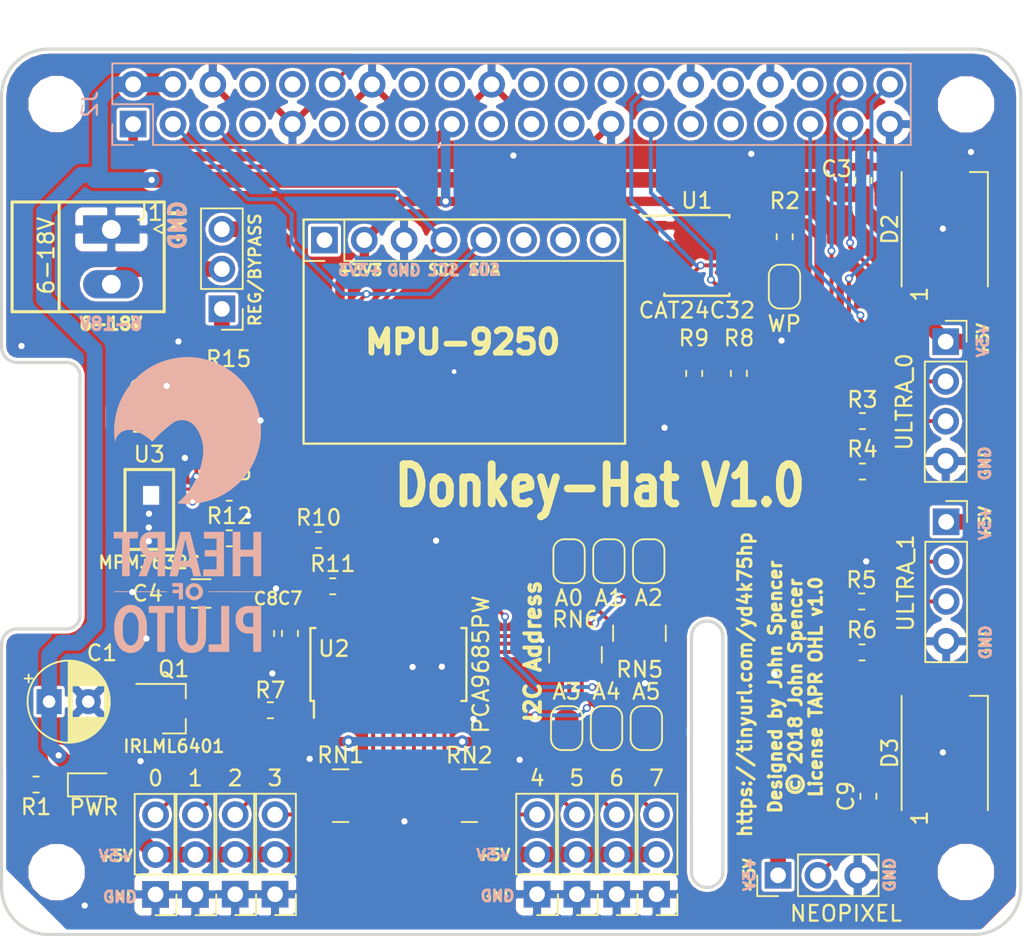
<source format=kicad_pcb>
(kicad_pcb (version 20171130) (host pcbnew "(5.0.0)")
  (layers (0 F.Cu signal) (31 B.Cu signal) (34 B.Paste user) (35 F.Paste user) (36 B.SilkS user) (37 F.SilkS user) (38 B.Mask user) (39 F.Mask user) (44 Edge.Cuts user))
  (net 0 "")
  (net 1 GND)
  (net 2 +5V)
  (net 3 "Net-(D2-Pad2)")
  (net 4 /WS2812B_OUT)
  (net 5 /A0)
  (net 6 /A1)
  (net 7 /A2)
  (net 8 /A3)
  (net 9 /A4)
  (net 10 /PWM0)
  (net 11 /PWM1)
  (net 12 /PWM2)
  (net 13 /PWM3)
  (net 14 /PWM4)
  (net 15 /PWM5)
  (net 16 /PWM6)
  (net 17 /PWM7)
  (net 18 /PWM8)
  (net 19 /PWM9)
  (net 20 /PWM10)
  (net 21 /PWM11)
  (net 22 /PWM12)
  (net 23 /PWM13)
  (net 24 /PWM14)
  (net 25 /PWM15)
  (net 26 "Net-(R7-Pad1)")
  (net 27 /A5)
  (net 28 /SCL_3.3)
  (net 29 /SDA_3.3)
  (net 30 +3V3)
  (net 31 "Net-(D1-Pad1)")
  (net 32 /GPIO04)
  (net 33 /TXD)
  (net 34 /RXD)
  (net 35 /GPIO17)
  (net 36 /GPIO18)
  (net 37 /GPIO27)
  (net 38 /GPIO22)
  (net 39 /GPIO23)
  (net 40 /GPIO24)
  (net 41 /GPIO10)
  (net 42 /GPIO09)
  (net 43 /GPIO25)
  (net 44 /GPIO11)
  (net 45 /SPI_CE0)
  (net 46 /SPI_CE1)
  (net 47 /EEDATA)
  (net 48 /EECLK)
  (net 49 /GPIO05)
  (net 50 /GPIO06)
  (net 51 /GPIO12)
  (net 52 /GPIO13)
  (net 53 /GPIO19)
  (net 54 /GPIO16)
  (net 55 /GPIO26)
  (net 56 /GPIO20)
  (net 57 /GPIO21)
  (net 58 /NCS)
  (net 59 "Net-(J24-Pad1)")
  (net 60 "Net-(J25-Pad1)")
  (net 61 "Net-(J26-Pad1)")
  (net 62 "Net-(J27-Pad1)")
  (net 63 "Net-(JP1-Pad1)")
  (net 64 "Net-(J6-Pad3)")
  (net 65 "Net-(J7-Pad3)")
  (net 66 "Net-(J8-Pad3)")
  (net 67 "Net-(J9-Pad3)")
  (net 68 "Net-(J16-Pad3)")
  (net 69 "Net-(J17-Pad3)")
  (net 70 "Net-(J18-Pad3)")
  (net 71 "Net-(J19-Pad3)")
  (net 72 "Net-(RN5-Pad1)")
  (net 73 "Net-(RN6-Pad1)")
  (net 74 "Net-(J15-Pad1)")
  (net 75 /SD0\SA0)
  (net 76 /CSB)
  (net 77 "Net-(J3-Pad3)")
  (net 78 "Net-(J4-Pad3)")
  (net 79 "Net-(R12-Pad2)")
  (net 80 "Net-(R13-Pad2)")
  (net 81 "Net-(U3-Pad16)")
  (net 82 "Net-(U3-Pad12)")
  (net 83 "Net-(U3-Pad4)")
  (net 84 "Net-(U3-Pad3)")
  (net 85 "Net-(R15-Pad2)")
  (net 86 /VIN)
  (net 87 /VIN_REG)
  (net 88 /REG)
  (module libs:ScrewTerminal-Small (layer F.Cu) (at 85.53 74.06 270)
    (fp_text reference J1 (at -2.82 -2.43) (layer F.SilkS))
    (fp_text value 6-18V (at -0.070317 4.15 270) (layer F.SilkS))
    (pad 2 thru_hole oval (at 1.75 0 270) (size 1.8 3.6) (drill 1.2) (layers *.Cu *.Mask) (net 86 /VIN))
    (pad 1 thru_hole rect (at -1.75 0 270) (size 1.8 3.6) (drill 1.2) (layers *.Cu *.Mask) (net 1 GND))
  )
  (module libs:mpm3632c (layer F.Cu) (at 87.95 90.19)
    (fp_text reference U3 (at 0 -3.53) (layer F.SilkS))
    (fp_text value MPM3632C (at 0 3.37) (layer F.SilkS) (effects (font (size 0.8 0.8))))
    (pad 1 smd rect (at -1.4 -1.71) (size 0.8 0.2) (layers F.Cu F.Paste F.Mask) (net 1 GND))
    (pad 2 smd rect (at -1.4 -1.31) (size 0.8 0.2) (layers F.Cu F.Paste F.Mask) (net 1 GND))
    (pad 3 smd rect (at -1.4 -0.91) (size 0.8 0.2) (layers F.Cu F.Paste F.Mask) (net 84 "Net-(U3-Pad3)"))
    (pad 4 smd rect (at -1.4 -0.51) (size 0.8 0.2) (layers F.Cu F.Paste F.Mask) (net 83 "Net-(U3-Pad4)"))
    (pad 5 smd rect (at -1.25 -0.11) (size 1.1 0.2) (layers F.Cu F.Paste F.Mask) (net 83 "Net-(U3-Pad4)"))
    (pad 6 smd rect (at -1.4 0.69) (size 0.8 0.2) (layers F.Cu F.Paste F.Mask) (net 83 "Net-(U3-Pad4)"))
    (pad 6 smd rect (at -1.4 1.69) (size 0.8 0.2) (layers F.Cu F.Paste F.Mask) (net 83 "Net-(U3-Pad4)"))
    (pad 8 smd rect (at 1.4 1.69) (size 0.8 0.2) (layers F.Cu F.Paste F.Mask) (net 88 /REG))
    (pad 8 smd rect (at 1.4 0.69) (size 0.8 0.2) (layers F.Cu F.Paste F.Mask) (net 88 /REG))
    (pad 10 smd rect (at 1.25 -0.11) (size 1.1 0.2) (layers F.Cu F.Paste F.Mask) (net 79 "Net-(R12-Pad2)"))
    (pad 11 smd rect (at 1.4 -0.51) (size 0.8 0.2) (layers F.Cu F.Paste F.Mask) (net 85 "Net-(R15-Pad2)"))
    (pad 12 smd rect (at 1.4 -0.91) (size 0.8 0.2) (layers F.Cu F.Paste F.Mask) (net 82 "Net-(U3-Pad12)"))
    (pad 13 smd rect (at 1.4 -1.31) (size 0.8 0.2) (layers F.Cu F.Paste F.Mask) (net 80 "Net-(R13-Pad2)"))
    (pad 14 smd rect (at 1.4 -1.71) (size 0.8 0.2) (layers F.Cu F.Paste F.Mask) (net 1 GND))
    (pad 15 smd rect (at 1.25 -2.46 180) (size 0.25 0.7) (layers F.Cu F.Paste F.Mask) (net 1 GND))
    (pad 20 smd rect (at -1.25 -2.46 180) (size 0.25 0.7) (layers F.Cu F.Paste F.Mask) (net 1 GND))
    (pad 16 smd rect (at 0.75 -2.41 180) (size 0.25 0.8) (layers F.Cu F.Paste F.Mask) (net 81 "Net-(U3-Pad16)"))
    (pad 17 smd rect (at 0.25 -2.41 180) (size 0.25 0.8) (layers F.Cu F.Paste F.Mask) (net 87 /VIN_REG))
    (pad 18 smd rect (at -0.25 -2.41 180) (size 0.25 0.8) (layers F.Cu F.Paste F.Mask) (net 87 /VIN_REG))
    (pad 19 smd rect (at -0.75 -2.41 180) (size 0.25 0.8) (layers F.Cu F.Paste F.Mask) (net 1 GND))
    (pad 6 smd rect (at -1 1.24 180) (size 0.6 2.1) (layers F.Cu F.Paste F.Mask) (net 83 "Net-(U3-Pad4)"))
    (pad 8 smd rect (at 1 1.24 180) (size 0.6 2.1) (layers F.Cu F.Paste F.Mask) (net 88 /REG))
  )
  (module Connector_PinSocket_2.54mm:PinSocket_2x20_P2.54mm_Vertical (layer B.Cu) (at 86.92 65.59 270)
    (fp_text reference J2 (at -1.27 2.77 270) (layer B.SilkS) (effects (justify mirror)))
    (fp_text value Raspberry_Pi_2_3)
    (pad 1 thru_hole rect (at 0 0 270) (size 1.7 1.7) (drill 1) (layers *.Cu *.Mask) (net 30 +3V3))
    (pad 2 thru_hole oval (at -2.54 0 270) (size 1.7 1.7) (drill 1) (layers *.Cu *.Mask) (net 2 +5V))
    (pad 3 thru_hole oval (at 0 -2.54 270) (size 1.7 1.7) (drill 1) (layers *.Cu *.Mask) (net 29 /SDA_3.3))
    (pad 4 thru_hole oval (at -2.54 -2.54 270) (size 1.7 1.7) (drill 1) (layers *.Cu *.Mask) (net 2 +5V))
    (pad 5 thru_hole oval (at 0 -5.08 270) (size 1.7 1.7) (drill 1) (layers *.Cu *.Mask) (net 28 /SCL_3.3))
    (pad 6 thru_hole oval (at -2.54 -5.08 270) (size 1.7 1.7) (drill 1) (layers *.Cu *.Mask) (net 1 GND))
    (pad 7 thru_hole oval (at 0 -7.62 270) (size 1.7 1.7) (drill 1) (layers *.Cu *.Mask) (net 32 /GPIO04))
    (pad 8 thru_hole oval (at -2.54 -7.62 270) (size 1.7 1.7) (drill 1) (layers *.Cu *.Mask) (net 33 /TXD))
    (pad 9 thru_hole oval (at 0 -10.16 270) (size 1.7 1.7) (drill 1) (layers *.Cu *.Mask) (net 1 GND))
    (pad 10 thru_hole oval (at -2.54 -10.16 270) (size 1.7 1.7) (drill 1) (layers *.Cu *.Mask) (net 34 /RXD))
    (pad 11 thru_hole oval (at 0 -12.7 270) (size 1.7 1.7) (drill 1) (layers *.Cu *.Mask) (net 35 /GPIO17))
    (pad 12 thru_hole oval (at -2.54 -12.7 270) (size 1.7 1.7) (drill 1) (layers *.Cu *.Mask) (net 36 /GPIO18))
    (pad 13 thru_hole oval (at 0 -15.24 270) (size 1.7 1.7) (drill 1) (layers *.Cu *.Mask) (net 37 /GPIO27))
    (pad 14 thru_hole oval (at -2.54 -15.24 270) (size 1.7 1.7) (drill 1) (layers *.Cu *.Mask) (net 1 GND))
    (pad 15 thru_hole oval (at 0 -17.78 270) (size 1.7 1.7) (drill 1) (layers *.Cu *.Mask) (net 38 /GPIO22))
    (pad 16 thru_hole oval (at -2.54 -17.78 270) (size 1.7 1.7) (drill 1) (layers *.Cu *.Mask) (net 39 /GPIO23))
    (pad 17 thru_hole oval (at 0 -20.32 270) (size 1.7 1.7) (drill 1) (layers *.Cu *.Mask) (net 30 +3V3))
    (pad 18 thru_hole oval (at -2.54 -20.32 270) (size 1.7 1.7) (drill 1) (layers *.Cu *.Mask) (net 40 /GPIO24))
    (pad 19 thru_hole oval (at 0 -22.86 270) (size 1.7 1.7) (drill 1) (layers *.Cu *.Mask) (net 41 /GPIO10))
    (pad 20 thru_hole oval (at -2.54 -22.86 270) (size 1.7 1.7) (drill 1) (layers *.Cu *.Mask) (net 1 GND))
    (pad 21 thru_hole oval (at 0 -25.4 270) (size 1.7 1.7) (drill 1) (layers *.Cu *.Mask) (net 42 /GPIO09))
    (pad 22 thru_hole oval (at -2.54 -25.4 270) (size 1.7 1.7) (drill 1) (layers *.Cu *.Mask) (net 43 /GPIO25))
    (pad 23 thru_hole oval (at 0 -27.94 270) (size 1.7 1.7) (drill 1) (layers *.Cu *.Mask) (net 44 /GPIO11))
    (pad 24 thru_hole oval (at -2.54 -27.94 270) (size 1.7 1.7) (drill 1) (layers *.Cu *.Mask) (net 45 /SPI_CE0))
    (pad 25 thru_hole oval (at 0 -30.48 270) (size 1.7 1.7) (drill 1) (layers *.Cu *.Mask) (net 1 GND))
    (pad 26 thru_hole oval (at -2.54 -30.48 270) (size 1.7 1.7) (drill 1) (layers *.Cu *.Mask) (net 46 /SPI_CE1))
    (pad 27 thru_hole oval (at 0 -33.02 270) (size 1.7 1.7) (drill 1) (layers *.Cu *.Mask) (net 47 /EEDATA))
    (pad 28 thru_hole oval (at -2.54 -33.02 270) (size 1.7 1.7) (drill 1) (layers *.Cu *.Mask) (net 48 /EECLK))
    (pad 29 thru_hole oval (at 0 -35.56 270) (size 1.7 1.7) (drill 1) (layers *.Cu *.Mask) (net 49 /GPIO05))
    (pad 30 thru_hole oval (at -2.54 -35.56 270) (size 1.7 1.7) (drill 1) (layers *.Cu *.Mask) (net 1 GND))
    (pad 31 thru_hole oval (at 0 -38.1 270) (size 1.7 1.7) (drill 1) (layers *.Cu *.Mask) (net 50 /GPIO06))
    (pad 32 thru_hole oval (at -2.54 -38.1 270) (size 1.7 1.7) (drill 1) (layers *.Cu *.Mask) (net 51 /GPIO12))
    (pad 33 thru_hole oval (at 0 -40.64 270) (size 1.7 1.7) (drill 1) (layers *.Cu *.Mask) (net 52 /GPIO13))
    (pad 34 thru_hole oval (at -2.54 -40.64 270) (size 1.7 1.7) (drill 1) (layers *.Cu *.Mask) (net 1 GND))
    (pad 35 thru_hole oval (at 0 -43.18 270) (size 1.7 1.7) (drill 1) (layers *.Cu *.Mask) (net 53 /GPIO19))
    (pad 36 thru_hole oval (at -2.54 -43.18 270) (size 1.7 1.7) (drill 1) (layers *.Cu *.Mask) (net 54 /GPIO16))
    (pad 37 thru_hole oval (at 0 -45.72 270) (size 1.7 1.7) (drill 1) (layers *.Cu *.Mask) (net 55 /GPIO26))
    (pad 38 thru_hole oval (at -2.54 -45.72 270) (size 1.7 1.7) (drill 1) (layers *.Cu *.Mask) (net 56 /GPIO20))
    (pad 39 thru_hole oval (at 0 -48.26 270) (size 1.7 1.7) (drill 1) (layers *.Cu *.Mask) (net 1 GND))
    (pad 40 thru_hole oval (at -2.54 -48.26 270) (size 1.7 1.7) (drill 1) (layers *.Cu *.Mask) (net 57 /GPIO21))
  )
  (module Jumper:SolderJumper-2_P1.3mm_Bridged_RoundedPad1.0x1.5mm (layer F.Cu) (at 128.46 75.96 270)
    (fp_text reference JP1 hide)
    (fp_text value WP (at 2.37 0.01) (layer F.SilkS))
    (pad 1 smd custom (at -0.65 0 270) (size 1 0.5) (layers F.Cu F.Mask) (net 63 "Net-(JP1-Pad1)") (options (clearance outline) (anchor rect)) (primitives (gr_circle (center 0 0.25) (end 0.5 0.25) (width 0)) (gr_circle (center 0 -0.25) (end 0.5 -0.25) (width 0)) (gr_poly (pts (xy 0 -0.75) (xy 0.5 -0.75) (xy 0.5 0.75) (xy 0 0.75)) (width 0)) (gr_poly (pts (xy 0.9 -0.3) (xy 0.4 -0.3) (xy 0.4 0.3) (xy 0.9 0.3)) (width 0))))
    (pad 2 smd custom (at 0.65 0 270) (size 1 0.5) (layers F.Cu F.Mask) (net 1 GND) (options (clearance outline) (anchor rect)) (primitives (gr_circle (center 0 0.25) (end 0.5 0.25) (width 0)) (gr_circle (center 0 -0.25) (end 0.5 -0.25) (width 0)) (gr_poly (pts (xy 0 -0.75) (xy -0.5 -0.75) (xy -0.5 0.75) (xy 0 0.75)) (width 0))))
  )
  (module Capacitor_SMD:C_0603_1608Metric_Pad1.05x0.95mm_HandSolder (layer F.Cu) (at 133.49 69.19 90)
    (fp_text reference C3 (at 0.74 -1.71 180) (layer F.SilkS))
    (fp_text value 100nF)
    (pad 1 smd roundrect (at -0.875 0 90) (size 1.05 0.95) (layers F.Cu F.Paste F.Mask) (net 2 +5V))
    (pad 2 smd roundrect (at 0.875 0 90) (size 1.05 0.95) (layers F.Cu F.Paste F.Mask) (net 1 GND))
  )
  (module Capacitor_SMD:C_0603_1608Metric_Pad1.05x0.95mm_HandSolder (layer F.Cu) (at 96.92 98.09 270)
    (fp_text reference C7 (at -2.24 -0.01) (layer F.SilkS) (effects (font (size 0.8 0.8))))
    (fp_text value 10uF hide)
    (pad 1 smd roundrect (at -0.875 0 270) (size 1.05 0.95) (layers F.Cu F.Paste F.Mask) (net 30 +3V3))
    (pad 2 smd roundrect (at 0.875 0 270) (size 1.05 0.95) (layers F.Cu F.Paste F.Mask) (net 1 GND))
  )
  (module Capacitor_SMD:C_0603_1608Metric_Pad1.05x0.95mm_HandSolder (layer F.Cu) (at 95.4 98.09 270)
    (fp_text reference C8 (at -2.22 0.01) (layer F.SilkS) (effects (font (size 0.8 0.8))))
    (fp_text value 100nF hide)
    (pad 2 smd roundrect (at 0.875 0 270) (size 1.05 0.95) (layers F.Cu F.Paste F.Mask) (net 1 GND))
    (pad 1 smd roundrect (at -0.875 0 270) (size 1.05 0.95) (layers F.Cu F.Paste F.Mask) (net 30 +3V3))
  )
  (module LED_SMD:LED_0603_1608Metric_Pad1.05x0.95mm_HandSolder (layer F.Cu) (at 84.42 107.75)
    (fp_text reference D1)
    (fp_text value PWR (at 0 1.43) (layer F.SilkS))
    (pad 1 smd roundrect (at -0.875 0) (size 1.05 0.95) (layers F.Cu F.Paste F.Mask) (net 31 "Net-(D1-Pad1)"))
    (pad 2 smd roundrect (at 0.875 0) (size 1.05 0.95) (layers F.Cu F.Paste F.Mask) (net 2 +5V))
  )
  (module LED_SMD:LED_WS2812B_PLCC4_5.0x5.0mm_P3.2mm (layer F.Cu) (at 138.68 72.3 90)
    (fp_text reference D2 (at 0 -3.5 90) (layer F.SilkS))
    (fp_text value WS2812B)
    (fp_text user 1 (at -4.15 -1.6 90) (layer F.SilkS))
    (pad 3 smd rect (at 2.45 1.6 90) (size 1.5 1) (layers F.Cu F.Paste F.Mask) (net 1 GND))
    (pad 4 smd rect (at 2.45 -1.6 90) (size 1.5 1) (layers F.Cu F.Paste F.Mask) (net 36 /GPIO18))
    (pad 2 smd rect (at -2.45 1.6 90) (size 1.5 1) (layers F.Cu F.Paste F.Mask) (net 3 "Net-(D2-Pad2)"))
    (pad 1 smd rect (at -2.45 -1.6 90) (size 1.5 1) (layers F.Cu F.Paste F.Mask) (net 2 +5V))
  )
  (module LED_SMD:LED_WS2812B_PLCC4_5.0x5.0mm_P3.2mm (layer F.Cu) (at 138.68 105.72 90)
    (fp_text reference D3 (at 0 -3.5 90) (layer F.SilkS))
    (fp_text value WS2812B)
    (fp_text user 1 (at -4.15 -1.6 90) (layer F.SilkS))
    (pad 1 smd rect (at -2.45 -1.6 90) (size 1.5 1) (layers F.Cu F.Paste F.Mask) (net 2 +5V))
    (pad 2 smd rect (at -2.45 1.6 90) (size 1.5 1) (layers F.Cu F.Paste F.Mask) (net 4 /WS2812B_OUT))
    (pad 4 smd rect (at 2.45 -1.6 90) (size 1.5 1) (layers F.Cu F.Paste F.Mask) (net 3 "Net-(D2-Pad2)"))
    (pad 3 smd rect (at 2.45 1.6 90) (size 1.5 1) (layers F.Cu F.Paste F.Mask) (net 1 GND))
  )
  (module Connector_PinHeader_2.54mm:PinHeader_1x03_P2.54mm_Vertical (layer F.Cu) (at 88.35 114.74 180)
    (fp_text reference J6 hide)
    (fp_text value 0 (at 0 7.41 180) (layer F.SilkS))
    (pad 1 thru_hole rect (at 0 0 180) (size 1.7 1.7) (drill 1) (layers *.Cu *.Mask) (net 1 GND))
    (pad 2 thru_hole oval (at 0 2.54 180) (size 1.7 1.7) (drill 1) (layers *.Cu *.Mask) (net 2 +5V))
    (pad 3 thru_hole oval (at 0 5.08 180) (size 1.7 1.7) (drill 1) (layers *.Cu *.Mask) (net 64 "Net-(J6-Pad3)"))
  )
  (module Connector_PinHeader_2.54mm:PinHeader_1x03_P2.54mm_Vertical (layer F.Cu) (at 90.89 114.74 180)
    (fp_text reference J7 hide)
    (fp_text value 1 (at 0 7.41 180) (layer F.SilkS))
    (pad 1 thru_hole rect (at 0 0 180) (size 1.7 1.7) (drill 1) (layers *.Cu *.Mask) (net 1 GND))
    (pad 2 thru_hole oval (at 0 2.54 180) (size 1.7 1.7) (drill 1) (layers *.Cu *.Mask) (net 2 +5V))
    (pad 3 thru_hole oval (at 0 5.08 180) (size 1.7 1.7) (drill 1) (layers *.Cu *.Mask) (net 65 "Net-(J7-Pad3)"))
  )
  (module Connector_PinHeader_2.54mm:PinHeader_1x03_P2.54mm_Vertical (layer F.Cu) (at 93.43 114.73 180)
    (fp_text reference J8 hide)
    (fp_text value 2 (at 0 7.41 180) (layer F.SilkS))
    (pad 3 thru_hole oval (at 0 5.08 180) (size 1.7 1.7) (drill 1) (layers *.Cu *.Mask) (net 66 "Net-(J8-Pad3)"))
    (pad 2 thru_hole oval (at 0 2.54 180) (size 1.7 1.7) (drill 1) (layers *.Cu *.Mask) (net 2 +5V))
    (pad 1 thru_hole rect (at 0 0 180) (size 1.7 1.7) (drill 1) (layers *.Cu *.Mask) (net 1 GND))
  )
  (module Connector_PinHeader_2.54mm:PinHeader_1x03_P2.54mm_Vertical (layer F.Cu) (at 95.97 114.73 180)
    (fp_text reference J9 hide)
    (fp_text value 3 (at 0 7.41 180) (layer F.SilkS))
    (pad 3 thru_hole oval (at 0 5.08 180) (size 1.7 1.7) (drill 1) (layers *.Cu *.Mask) (net 67 "Net-(J9-Pad3)"))
    (pad 2 thru_hole oval (at 0 2.54 180) (size 1.7 1.7) (drill 1) (layers *.Cu *.Mask) (net 2 +5V))
    (pad 1 thru_hole rect (at 0 0 180) (size 1.7 1.7) (drill 1) (layers *.Cu *.Mask) (net 1 GND))
  )
  (module Connector_PinHeader_2.54mm:PinHeader_1x03_P2.54mm_Vertical (layer F.Cu) (at 128.05 113.52 90)
    (fp_text reference J14 hide)
    (fp_text value NEOPIXEL (at -2.44 4.33 180) (layer F.SilkS))
    (pad 1 thru_hole rect (at 0 0 90) (size 1.7 1.7) (drill 1) (layers *.Cu *.Mask) (net 2 +5V))
    (pad 2 thru_hole oval (at 0 2.54 90) (size 1.7 1.7) (drill 1) (layers *.Cu *.Mask) (net 4 /WS2812B_OUT))
    (pad 3 thru_hole oval (at 0 5.08 90) (size 1.7 1.7) (drill 1) (layers *.Cu *.Mask) (net 1 GND))
  )
  (module Connector_PinHeader_2.54mm:PinHeader_1x03_P2.54mm_Vertical (layer F.Cu) (at 112.68 114.73 180)
    (fp_text reference J16 hide)
    (fp_text value 4 (at 0 7.41 180) (layer F.SilkS))
    (pad 1 thru_hole rect (at 0 0 180) (size 1.7 1.7) (drill 1) (layers *.Cu *.Mask) (net 1 GND))
    (pad 2 thru_hole oval (at 0 2.54 180) (size 1.7 1.7) (drill 1) (layers *.Cu *.Mask) (net 2 +5V))
    (pad 3 thru_hole oval (at 0 5.08 180) (size 1.7 1.7) (drill 1) (layers *.Cu *.Mask) (net 68 "Net-(J16-Pad3)"))
  )
  (module Connector_PinHeader_2.54mm:PinHeader_1x03_P2.54mm_Vertical (layer F.Cu) (at 115.22 114.73 180)
    (fp_text reference J17 hide)
    (fp_text value 5 (at 0 7.41 180) (layer F.SilkS))
    (pad 3 thru_hole oval (at 0 5.08 180) (size 1.7 1.7) (drill 1) (layers *.Cu *.Mask) (net 69 "Net-(J17-Pad3)"))
    (pad 2 thru_hole oval (at 0 2.54 180) (size 1.7 1.7) (drill 1) (layers *.Cu *.Mask) (net 2 +5V))
    (pad 1 thru_hole rect (at 0 0 180) (size 1.7 1.7) (drill 1) (layers *.Cu *.Mask) (net 1 GND))
  )
  (module Connector_PinHeader_2.54mm:PinHeader_1x03_P2.54mm_Vertical (layer F.Cu) (at 117.76 114.73 180)
    (fp_text reference J18 hide)
    (fp_text value 6 (at 0 7.41 180) (layer F.SilkS))
    (pad 1 thru_hole rect (at 0 0 180) (size 1.7 1.7) (drill 1) (layers *.Cu *.Mask) (net 1 GND))
    (pad 2 thru_hole oval (at 0 2.54 180) (size 1.7 1.7) (drill 1) (layers *.Cu *.Mask) (net 2 +5V))
    (pad 3 thru_hole oval (at 0 5.08 180) (size 1.7 1.7) (drill 1) (layers *.Cu *.Mask) (net 70 "Net-(J18-Pad3)"))
  )
  (module Connector_PinHeader_2.54mm:PinHeader_1x03_P2.54mm_Vertical (layer F.Cu) (at 120.3 114.73 180)
    (fp_text reference J19 hide)
    (fp_text value 7 (at 0 7.41 180) (layer F.SilkS))
    (pad 3 thru_hole oval (at 0 5.08 180) (size 1.7 1.7) (drill 1) (layers *.Cu *.Mask) (net 71 "Net-(J19-Pad3)"))
    (pad 2 thru_hole oval (at 0 2.54 180) (size 1.7 1.7) (drill 1) (layers *.Cu *.Mask) (net 2 +5V))
    (pad 1 thru_hole rect (at 0 0 180) (size 1.7 1.7) (drill 1) (layers *.Cu *.Mask) (net 1 GND))
  )
  (module Jumper:SolderJumper-2_P1.3mm_Open_RoundedPad1.0x1.5mm (layer F.Cu) (at 114.72 93.48 270)
    (fp_text reference JP2 hide)
    (fp_text value A0 (at 2.34 0) (layer F.SilkS))
    (pad 2 smd custom (at 0.65 0 270) (size 1 0.5) (layers F.Cu F.Mask) (net 5 /A0) (options (clearance outline) (anchor rect)) (primitives (gr_circle (center 0 0.25) (end 0.5 0.25) (width 0)) (gr_circle (center 0 -0.25) (end 0.5 -0.25) (width 0)) (gr_poly (pts (xy 0 -0.75) (xy -0.5 -0.75) (xy -0.5 0.75) (xy 0 0.75)) (width 0))))
    (pad 1 smd custom (at -0.65 0 270) (size 1 0.5) (layers F.Cu F.Mask) (net 30 +3V3) (options (clearance outline) (anchor rect)) (primitives (gr_circle (center 0 0.25) (end 0.5 0.25) (width 0)) (gr_circle (center 0 -0.25) (end 0.5 -0.25) (width 0)) (gr_poly (pts (xy 0 -0.75) (xy 0.5 -0.75) (xy 0.5 0.75) (xy 0 0.75)) (width 0))))
  )
  (module Jumper:SolderJumper-2_P1.3mm_Open_RoundedPad1.0x1.5mm (layer F.Cu) (at 117.26 93.48 270)
    (fp_text reference JP3 hide)
    (fp_text value A1 (at 2.34 0) (layer F.SilkS))
    (pad 1 smd custom (at -0.65 0 270) (size 1 0.5) (layers F.Cu F.Mask) (net 30 +3V3) (options (clearance outline) (anchor rect)) (primitives (gr_circle (center 0 0.25) (end 0.5 0.25) (width 0)) (gr_circle (center 0 -0.25) (end 0.5 -0.25) (width 0)) (gr_poly (pts (xy 0 -0.75) (xy 0.5 -0.75) (xy 0.5 0.75) (xy 0 0.75)) (width 0))))
    (pad 2 smd custom (at 0.65 0 270) (size 1 0.5) (layers F.Cu F.Mask) (net 6 /A1) (options (clearance outline) (anchor rect)) (primitives (gr_circle (center 0 0.25) (end 0.5 0.25) (width 0)) (gr_circle (center 0 -0.25) (end 0.5 -0.25) (width 0)) (gr_poly (pts (xy 0 -0.75) (xy -0.5 -0.75) (xy -0.5 0.75) (xy 0 0.75)) (width 0))))
  )
  (module Jumper:SolderJumper-2_P1.3mm_Open_RoundedPad1.0x1.5mm (layer F.Cu) (at 119.8 93.48 270)
    (fp_text reference JP4 hide)
    (fp_text value A2 (at 2.33 0 180) (layer F.SilkS))
    (pad 1 smd custom (at -0.65 0 270) (size 1 0.5) (layers F.Cu F.Mask) (net 30 +3V3) (options (clearance outline) (anchor rect)) (primitives (gr_circle (center 0 0.25) (end 0.5 0.25) (width 0)) (gr_circle (center 0 -0.25) (end 0.5 -0.25) (width 0)) (gr_poly (pts (xy 0 -0.75) (xy 0.5 -0.75) (xy 0.5 0.75) (xy 0 0.75)) (width 0))))
    (pad 2 smd custom (at 0.65 0 270) (size 1 0.5) (layers F.Cu F.Mask) (net 7 /A2) (options (clearance outline) (anchor rect)) (primitives (gr_circle (center 0 0.25) (end 0.5 0.25) (width 0)) (gr_circle (center 0 -0.25) (end 0.5 -0.25) (width 0)) (gr_poly (pts (xy 0 -0.75) (xy -0.5 -0.75) (xy -0.5 0.75) (xy 0 0.75)) (width 0))))
  )
  (module Jumper:SolderJumper-2_P1.3mm_Open_RoundedPad1.0x1.5mm (layer F.Cu) (at 119.65 104.13 90)
    (fp_text reference JP5 hide)
    (fp_text value A5 (at 2.33 0) (layer F.SilkS))
    (pad 2 smd custom (at 0.65 0 90) (size 1 0.5) (layers F.Cu F.Mask) (net 27 /A5) (options (clearance outline) (anchor rect)) (primitives (gr_circle (center 0 0.25) (end 0.5 0.25) (width 0)) (gr_circle (center 0 -0.25) (end 0.5 -0.25) (width 0)) (gr_poly (pts (xy 0 -0.75) (xy -0.5 -0.75) (xy -0.5 0.75) (xy 0 0.75)) (width 0))))
    (pad 1 smd custom (at -0.65 0 90) (size 1 0.5) (layers F.Cu F.Mask) (net 30 +3V3) (options (clearance outline) (anchor rect)) (primitives (gr_circle (center 0 0.25) (end 0.5 0.25) (width 0)) (gr_circle (center 0 -0.25) (end 0.5 -0.25) (width 0)) (gr_poly (pts (xy 0 -0.75) (xy 0.5 -0.75) (xy 0.5 0.75) (xy 0 0.75)) (width 0))))
  )
  (module Jumper:SolderJumper-2_P1.3mm_Open_RoundedPad1.0x1.5mm (layer F.Cu) (at 117.11 104.13 90)
    (fp_text reference JP6 hide)
    (fp_text value A4 (at 2.33 0) (layer F.SilkS))
    (pad 1 smd custom (at -0.65 0 90) (size 1 0.5) (layers F.Cu F.Mask) (net 30 +3V3) (options (clearance outline) (anchor rect)) (primitives (gr_circle (center 0 0.25) (end 0.5 0.25) (width 0)) (gr_circle (center 0 -0.25) (end 0.5 -0.25) (width 0)) (gr_poly (pts (xy 0 -0.75) (xy 0.5 -0.75) (xy 0.5 0.75) (xy 0 0.75)) (width 0))))
    (pad 2 smd custom (at 0.65 0 90) (size 1 0.5) (layers F.Cu F.Mask) (net 9 /A4) (options (clearance outline) (anchor rect)) (primitives (gr_circle (center 0 0.25) (end 0.5 0.25) (width 0)) (gr_circle (center 0 -0.25) (end 0.5 -0.25) (width 0)) (gr_poly (pts (xy 0 -0.75) (xy -0.5 -0.75) (xy -0.5 0.75) (xy 0 0.75)) (width 0))))
  )
  (module Jumper:SolderJumper-2_P1.3mm_Open_RoundedPad1.0x1.5mm (layer F.Cu) (at 114.57 104.13 90)
    (fp_text reference JP7 hide)
    (fp_text value A3 (at 2.33 0 -180) (layer F.SilkS))
    (pad 2 smd custom (at 0.65 0 90) (size 1 0.5) (layers F.Cu F.Mask) (net 8 /A3) (options (clearance outline) (anchor rect)) (primitives (gr_circle (center 0 0.25) (end 0.5 0.25) (width 0)) (gr_circle (center 0 -0.25) (end 0.5 -0.25) (width 0)) (gr_poly (pts (xy 0 -0.75) (xy -0.5 -0.75) (xy -0.5 0.75) (xy 0 0.75)) (width 0))))
    (pad 1 smd custom (at -0.65 0 90) (size 1 0.5) (layers F.Cu F.Mask) (net 30 +3V3) (options (clearance outline) (anchor rect)) (primitives (gr_circle (center 0 0.25) (end 0.5 0.25) (width 0)) (gr_circle (center 0 -0.25) (end 0.5 -0.25) (width 0)) (gr_poly (pts (xy 0 -0.75) (xy 0.5 -0.75) (xy 0.5 0.75) (xy 0 0.75)) (width 0))))
  )
  (module Package_TO_SOT_SMD:SOT-23_Handsoldering (layer F.Cu) (at 89.52 102.89)
    (fp_text reference Q1 (at -0.01 -2.53) (layer F.SilkS))
    (fp_text value IRLML6401 (at 0 2.4) (layer F.SilkS) (effects (font (size 0.8 0.8))))
    (pad 1 smd rect (at -1.5 -0.95) (size 1.9 0.8) (layers F.Cu F.Paste F.Mask) (net 1 GND))
    (pad 2 smd rect (at -1.5 0.95) (size 1.9 0.8) (layers F.Cu F.Paste F.Mask) (net 2 +5V))
    (pad 3 smd rect (at 1.5 0) (size 1.9 0.8) (layers F.Cu F.Paste F.Mask) (net 88 /REG))
  )
  (module Resistor_SMD:R_0603_1608Metric_Pad1.05x0.95mm_HandSolder (layer F.Cu) (at 80.73 107.73 180)
    (fp_text reference R1 (at 0 -1.43 180) (layer F.SilkS))
    (fp_text value 470 hide)
    (pad 1 smd roundrect (at -0.875 0 180) (size 1.05 0.95) (layers F.Cu F.Paste F.Mask) (net 31 "Net-(D1-Pad1)"))
    (pad 2 smd roundrect (at 0.875 0 180) (size 1.05 0.95) (layers F.Cu F.Paste F.Mask) (net 1 GND))
  )
  (module Resistor_SMD:R_0603_1608Metric_Pad1.05x0.95mm_HandSolder (layer F.Cu) (at 95.67 102.99 180)
    (fp_text reference R7 (at 0 1.28 180) (layer F.SilkS))
    (fp_text value 10K)
    (pad 1 smd roundrect (at -0.875 0 180) (size 1.05 0.95) (layers F.Cu F.Paste F.Mask) (net 26 "Net-(R7-Pad1)"))
    (pad 2 smd roundrect (at 0.875 0 180) (size 1.05 0.95) (layers F.Cu F.Paste F.Mask) (net 1 GND))
  )
  (module Resistor_SMD:R_Array_Convex_4x0603 (layer F.Cu) (at 108.36 108.44)
    (fp_text reference RN2 (at 0 -2.57) (layer F.SilkS))
    (fp_text value 220_Pack04 hide)
    (pad 1 smd rect (at -0.9 -1.2) (size 0.8 0.5) (layers F.Cu F.Paste F.Mask) (net 17 /PWM7))
    (pad 3 smd rect (at -0.9 0.4) (size 0.8 0.4) (layers F.Cu F.Paste F.Mask) (net 15 /PWM5))
    (pad 2 smd rect (at -0.9 -0.4) (size 0.8 0.4) (layers F.Cu F.Paste F.Mask) (net 16 /PWM6))
    (pad 4 smd rect (at -0.9 1.2) (size 0.8 0.5) (layers F.Cu F.Paste F.Mask) (net 14 /PWM4))
    (pad 7 smd rect (at 0.9 -0.4) (size 0.8 0.4) (layers F.Cu F.Paste F.Mask) (net 70 "Net-(J18-Pad3)"))
    (pad 8 smd rect (at 0.9 -1.2) (size 0.8 0.5) (layers F.Cu F.Paste F.Mask) (net 71 "Net-(J19-Pad3)"))
    (pad 6 smd rect (at 0.9 0.4) (size 0.8 0.4) (layers F.Cu F.Paste F.Mask) (net 69 "Net-(J17-Pad3)"))
    (pad 5 smd rect (at 0.9 1.2) (size 0.8 0.5) (layers F.Cu F.Paste F.Mask) (net 68 "Net-(J16-Pad3)"))
  )
  (module Package_SO:SOIC-8_3.9x4.9mm_P1.27mm (layer F.Cu) (at 122.87 73.97)
    (fp_text reference U1 (at 0 -3.5) (layer F.SilkS))
    (fp_text value CAT24C32 (at 0 3.5) (layer F.SilkS))
    (pad 1 smd rect (at -2.7 -1.905) (size 1.55 0.6) (layers F.Cu F.Paste F.Mask) (net 1 GND))
    (pad 2 smd rect (at -2.7 -0.635) (size 1.55 0.6) (layers F.Cu F.Paste F.Mask) (net 1 GND))
    (pad 3 smd rect (at -2.7 0.635) (size 1.55 0.6) (layers F.Cu F.Paste F.Mask) (net 1 GND))
    (pad 4 smd rect (at -2.7 1.905) (size 1.55 0.6) (layers F.Cu F.Paste F.Mask) (net 1 GND))
    (pad 5 smd rect (at 2.7 1.905) (size 1.55 0.6) (layers F.Cu F.Paste F.Mask) (net 47 /EEDATA))
    (pad 6 smd rect (at 2.7 0.635) (size 1.55 0.6) (layers F.Cu F.Paste F.Mask) (net 48 /EECLK))
    (pad 7 smd rect (at 2.7 -0.635) (size 1.55 0.6) (layers F.Cu F.Paste F.Mask) (net 63 "Net-(JP1-Pad1)"))
    (pad 8 smd rect (at 2.7 -1.905) (size 1.55 0.6) (layers F.Cu F.Paste F.Mask) (net 30 +3V3))
  )
  (module Package_SO:TSSOP-28_4.4x9.7mm_P0.65mm (layer F.Cu) (at 103.2 100.07 90)
    (fp_text reference U2 (at 1.01 -3.48 180) (layer F.SilkS))
    (fp_text value PCA9685PW (at 0 5.9 90) (layer F.SilkS))
    (pad 1 smd rect (at -2.85 -4.225 90) (size 1.1 0.4) (layers F.Cu F.Paste F.Mask) (net 5 /A0))
    (pad 2 smd rect (at -2.85 -3.575 90) (size 1.1 0.4) (layers F.Cu F.Paste F.Mask) (net 6 /A1))
    (pad 3 smd rect (at -2.85 -2.925 90) (size 1.1 0.4) (layers F.Cu F.Paste F.Mask) (net 7 /A2))
    (pad 4 smd rect (at -2.85 -2.275 90) (size 1.1 0.4) (layers F.Cu F.Paste F.Mask) (net 8 /A3))
    (pad 5 smd rect (at -2.85 -1.625 90) (size 1.1 0.4) (layers F.Cu F.Paste F.Mask) (net 9 /A4))
    (pad 6 smd rect (at -2.85 -0.975 90) (size 1.1 0.4) (layers F.Cu F.Paste F.Mask) (net 10 /PWM0))
    (pad 7 smd rect (at -2.85 -0.325 90) (size 1.1 0.4) (layers F.Cu F.Paste F.Mask) (net 11 /PWM1))
    (pad 8 smd rect (at -2.85 0.325 90) (size 1.1 0.4) (layers F.Cu F.Paste F.Mask) (net 12 /PWM2))
    (pad 9 smd rect (at -2.85 0.975 90) (size 1.1 0.4) (layers F.Cu F.Paste F.Mask) (net 13 /PWM3))
    (pad 10 smd rect (at -2.85 1.625 90) (size 1.1 0.4) (layers F.Cu F.Paste F.Mask) (net 14 /PWM4))
    (pad 11 smd rect (at -2.85 2.275 90) (size 1.1 0.4) (layers F.Cu F.Paste F.Mask) (net 15 /PWM5))
    (pad 12 smd rect (at -2.85 2.925 90) (size 1.1 0.4) (layers F.Cu F.Paste F.Mask) (net 16 /PWM6))
    (pad 13 smd rect (at -2.85 3.575 90) (size 1.1 0.4) (layers F.Cu F.Paste F.Mask) (net 17 /PWM7))
    (pad 14 smd rect (at -2.85 4.225 90) (size 1.1 0.4) (layers F.Cu F.Paste F.Mask) (net 1 GND))
    (pad 15 smd rect (at 2.85 4.225 90) (size 1.1 0.4) (layers F.Cu F.Paste F.Mask) (net 18 /PWM8))
    (pad 16 smd rect (at 2.85 3.575 90) (size 1.1 0.4) (layers F.Cu F.Paste F.Mask) (net 19 /PWM9))
    (pad 17 smd rect (at 2.85 2.925 90) (size 1.1 0.4) (layers F.Cu F.Paste F.Mask) (net 20 /PWM10))
    (pad 18 smd rect (at 2.85 2.275 90) (size 1.1 0.4) (layers F.Cu F.Paste F.Mask) (net 21 /PWM11))
    (pad 19 smd rect (at 2.85 1.625 90) (size 1.1 0.4) (layers F.Cu F.Paste F.Mask) (net 22 /PWM12))
    (pad 20 smd rect (at 2.85 0.975 90) (size 1.1 0.4) (layers F.Cu F.Paste F.Mask) (net 23 /PWM13))
    (pad 21 smd rect (at 2.85 0.325 90) (size 1.1 0.4) (layers F.Cu F.Paste F.Mask) (net 24 /PWM14))
    (pad 22 smd rect (at 2.85 -0.325 90) (size 1.1 0.4) (layers F.Cu F.Paste F.Mask) (net 25 /PWM15))
    (pad 23 smd rect (at 2.85 -0.975 90) (size 1.1 0.4) (layers F.Cu F.Paste F.Mask) (net 26 "Net-(R7-Pad1)"))
    (pad 24 smd rect (at 2.85 -1.625 90) (size 1.1 0.4) (layers F.Cu F.Paste F.Mask) (net 27 /A5))
    (pad 25 smd rect (at 2.85 -2.275 90) (size 1.1 0.4) (layers F.Cu F.Paste F.Mask) (net 1 GND))
    (pad 26 smd rect (at 2.85 -2.925 90) (size 1.1 0.4) (layers F.Cu F.Paste F.Mask) (net 28 /SCL_3.3))
    (pad 27 smd rect (at 2.85 -3.575 90) (size 1.1 0.4) (layers F.Cu F.Paste F.Mask) (net 29 /SDA_3.3))
    (pad 28 smd rect (at 2.85 -4.225 90) (size 1.1 0.4) (layers F.Cu F.Paste F.Mask) (net 30 +3V3))
  )
  (module Resistor_SMD:R_Array_Convex_4x0603 (layer F.Cu) (at 119.21 98.08 270)
    (fp_text reference RN5 (at 2.31 -0.01) (layer F.SilkS))
    (fp_text value 10K_Pack04 hide)
    (pad 1 smd rect (at -0.9 -1.2 270) (size 0.8 0.5) (layers F.Cu F.Paste F.Mask) (net 72 "Net-(RN5-Pad1)"))
    (pad 3 smd rect (at -0.9 0.4 270) (size 0.8 0.4) (layers F.Cu F.Paste F.Mask) (net 6 /A1))
    (pad 2 smd rect (at -0.9 -0.4 270) (size 0.8 0.4) (layers F.Cu F.Paste F.Mask) (net 7 /A2))
    (pad 4 smd rect (at -0.9 1.2 270) (size 0.8 0.5) (layers F.Cu F.Paste F.Mask) (net 5 /A0))
    (pad 7 smd rect (at 0.9 -0.4 270) (size 0.8 0.4) (layers F.Cu F.Paste F.Mask) (net 1 GND))
    (pad 8 smd rect (at 0.9 -1.2 270) (size 0.8 0.5) (layers F.Cu F.Paste F.Mask) (net 1 GND))
    (pad 6 smd rect (at 0.9 0.4 270) (size 0.8 0.4) (layers F.Cu F.Paste F.Mask) (net 1 GND))
    (pad 5 smd rect (at 0.9 1.2 270) (size 0.8 0.5) (layers F.Cu F.Paste F.Mask) (net 1 GND))
  )
  (module Resistor_SMD:R_Array_Convex_4x0603 (layer F.Cu) (at 115.13 99.45 90)
    (fp_text reference RN6 (at 2.25 0 -180) (layer F.SilkS))
    (fp_text value 10K_Pack04 hide)
    (pad 5 smd rect (at 0.9 1.2 90) (size 0.8 0.5) (layers F.Cu F.Paste F.Mask) (net 1 GND))
    (pad 6 smd rect (at 0.9 0.4 90) (size 0.8 0.4) (layers F.Cu F.Paste F.Mask) (net 1 GND))
    (pad 8 smd rect (at 0.9 -1.2 90) (size 0.8 0.5) (layers F.Cu F.Paste F.Mask) (net 1 GND))
    (pad 7 smd rect (at 0.9 -0.4 90) (size 0.8 0.4) (layers F.Cu F.Paste F.Mask) (net 1 GND))
    (pad 4 smd rect (at -0.9 1.2 90) (size 0.8 0.5) (layers F.Cu F.Paste F.Mask) (net 27 /A5))
    (pad 2 smd rect (at -0.9 -0.4 90) (size 0.8 0.4) (layers F.Cu F.Paste F.Mask) (net 8 /A3))
    (pad 3 smd rect (at -0.9 0.4 90) (size 0.8 0.4) (layers F.Cu F.Paste F.Mask) (net 9 /A4))
    (pad 1 smd rect (at -0.9 -1.2 90) (size 0.8 0.5) (layers F.Cu F.Paste F.Mask) (net 73 "Net-(RN6-Pad1)"))
  )
  (module Resistor_SMD:R_Array_Convex_4x0603 (layer F.Cu) (at 100.15 108.44 180)
    (fp_text reference RN1 (at 0 2.59 180) (layer F.SilkS))
    (fp_text value 220_Pack04 hide)
    (pad 5 smd rect (at 0.9 1.2 180) (size 0.8 0.5) (layers F.Cu F.Paste F.Mask) (net 64 "Net-(J6-Pad3)"))
    (pad 6 smd rect (at 0.9 0.4 180) (size 0.8 0.4) (layers F.Cu F.Paste F.Mask) (net 65 "Net-(J7-Pad3)"))
    (pad 8 smd rect (at 0.9 -1.2 180) (size 0.8 0.5) (layers F.Cu F.Paste F.Mask) (net 67 "Net-(J9-Pad3)"))
    (pad 7 smd rect (at 0.9 -0.4 180) (size 0.8 0.4) (layers F.Cu F.Paste F.Mask) (net 66 "Net-(J8-Pad3)"))
    (pad 4 smd rect (at -0.9 1.2 180) (size 0.8 0.5) (layers F.Cu F.Paste F.Mask) (net 10 /PWM0))
    (pad 2 smd rect (at -0.9 -0.4 180) (size 0.8 0.4) (layers F.Cu F.Paste F.Mask) (net 12 /PWM2))
    (pad 3 smd rect (at -0.9 0.4 180) (size 0.8 0.4) (layers F.Cu F.Paste F.Mask) (net 11 /PWM1))
    (pad 1 smd rect (at -0.9 -1.2 180) (size 0.8 0.5) (layers F.Cu F.Paste F.Mask) (net 13 /PWM3))
  )
  (module Resistor_SMD:R_0603_1608Metric_Pad1.05x0.95mm_HandSolder (layer F.Cu) (at 128.47 72.78 90)
    (fp_text reference R2 (at 2.29 0.01 180) (layer F.SilkS))
    (fp_text value 3.9K hide)
    (pad 1 smd roundrect (at -0.875 0 90) (size 1.05 0.95) (layers F.Cu F.Paste F.Mask) (net 63 "Net-(JP1-Pad1)"))
    (pad 2 smd roundrect (at 0.875 0 90) (size 1.05 0.95) (layers F.Cu F.Paste F.Mask) (net 30 +3V3))
  )
  (module Capacitor_SMD:C_0603_1608Metric_Pad1.05x0.95mm_HandSolder (layer F.Cu) (at 133.81 108.48 90)
    (fp_text reference C9 (at 0 -1.43 90) (layer F.SilkS))
    (fp_text value 100nF)
    (pad 1 smd roundrect (at -0.875 0 90) (size 1.05 0.95) (layers F.Cu F.Paste F.Mask) (net 2 +5V))
    (pad 2 smd roundrect (at 0.875 0 90) (size 1.05 0.95) (layers F.Cu F.Paste F.Mask) (net 1 GND))
  )
  (module MountingHole:MountingHole_3.2mm_M3 (layer F.Cu) (at 82.04 64.31)
    (fp_text reference J24 hide)
    (fp_text value 3mm_Mount hide)
    (pad 1 np_thru_hole circle (at 0 0) (size 3.2 3.2) (drill 3.2) (layers *.Cu *.Mask) (net 59 "Net-(J24-Pad1)"))
  )
  (module MountingHole:MountingHole_3.2mm_M3 (layer F.Cu) (at 140.04 64.33)
    (fp_text reference J25 hide)
    (fp_text value 3mm_Mount hide)
    (pad 1 np_thru_hole circle (at 0 0) (size 3.2 3.2) (drill 3.2) (layers *.Cu *.Mask) (net 60 "Net-(J25-Pad1)"))
  )
  (module MountingHole:MountingHole_3.2mm_M3 (layer F.Cu) (at 82.04 113.32)
    (fp_text reference J26 hide)
    (fp_text value 3mm_Mount hide)
    (pad 1 np_thru_hole circle (at 0 0) (size 3.2 3.2) (drill 3.2) (layers *.Cu *.Mask) (net 61 "Net-(J26-Pad1)"))
  )
  (module MountingHole:MountingHole_3.2mm_M3 (layer F.Cu) (at 140.03 113.31)
    (fp_text reference J27 hide)
    (fp_text value 3mm_Mount hide)
    (pad 1 np_thru_hole circle (at 0 0) (size 3.2 3.2) (drill 3.2) (layers *.Cu *.Mask) (net 62 "Net-(J27-Pad1)"))
  )
  (module Capacitor_THT:CP_Radial_D5.0mm_P2.50mm (layer F.Cu) (at 81.56 102.44)
    (fp_text reference C1 (at 3.37 -3.1) (layer F.SilkS))
    (fp_text value CP)
    (pad 1 thru_hole rect (at 0 0) (size 1.6 1.6) (drill 0.8) (layers *.Cu *.Mask) (net 2 +5V))
    (pad 2 thru_hole circle (at 2.5 0) (size 1.6 1.6) (drill 0.8) (layers *.Cu *.Mask) (net 1 GND))
  )
  (module Connector_PinHeader_2.54mm:PinHeader_1x08_P2.54mm_Vertical (layer F.Cu) (at 99.12 72.99 90)
    (fp_text reference J15 hide)
    (fp_text value MPU-9250 (at -6.51 8.82 180) (layer F.SilkS) (effects (font (size 1.5 1.5) (thickness 0.375))))
    (pad 1 thru_hole rect (at 0 0 90) (size 1.7 1.7) (drill 1) (layers *.Cu *.Mask) (net 74 "Net-(J15-Pad1)"))
    (pad 2 thru_hole oval (at 0 2.54 90) (size 1.7 1.7) (drill 1) (layers *.Cu *.Mask) (net 30 +3V3))
    (pad 3 thru_hole oval (at 0 5.08 90) (size 1.7 1.7) (drill 1) (layers *.Cu *.Mask) (net 1 GND))
    (pad 4 thru_hole oval (at 0 7.62 90) (size 1.7 1.7) (drill 1) (layers *.Cu *.Mask) (net 28 /SCL_3.3))
    (pad 5 thru_hole oval (at 0 10.16 90) (size 1.7 1.7) (drill 1) (layers *.Cu *.Mask) (net 29 /SDA_3.3))
    (pad 6 thru_hole oval (at 0 12.7 90) (size 1.7 1.7) (drill 1) (layers *.Cu *.Mask) (net 75 /SD0\SA0))
    (pad 7 thru_hole oval (at 0 15.24 90) (size 1.7 1.7) (drill 1) (layers *.Cu *.Mask) (net 58 /NCS))
    (pad 8 thru_hole oval (at 0 17.78 90) (size 1.7 1.7) (drill 1) (layers *.Cu *.Mask) (net 76 /CSB))
  )
  (module Connector_PinSocket_2.54mm:PinSocket_1x04_P2.54mm_Vertical (layer F.Cu) (at 138.74 79.47)
    (fp_text reference J3 hide)
    (fp_text value ULTRA_0 (at -2.64 3.84 90) (layer F.SilkS))
    (pad 1 thru_hole rect (at 0 0) (size 1.7 1.7) (drill 1) (layers *.Cu *.Mask) (net 2 +5V))
    (pad 2 thru_hole oval (at 0 2.54) (size 1.7 1.7) (drill 1) (layers *.Cu *.Mask) (net 55 /GPIO26))
    (pad 3 thru_hole oval (at 0 5.08) (size 1.7 1.7) (drill 1) (layers *.Cu *.Mask) (net 77 "Net-(J3-Pad3)"))
    (pad 4 thru_hole oval (at 0 7.62) (size 1.7 1.7) (drill 1) (layers *.Cu *.Mask) (net 1 GND))
  )
  (module Connector_PinSocket_2.54mm:PinSocket_1x04_P2.54mm_Vertical (layer F.Cu) (at 138.77 90.97)
    (fp_text reference J4 hide)
    (fp_text value ULTRA_1 (at -2.58 3.9 90) (layer F.SilkS))
    (pad 4 thru_hole oval (at 0 7.62) (size 1.7 1.7) (drill 1) (layers *.Cu *.Mask) (net 1 GND))
    (pad 3 thru_hole oval (at 0 5.08) (size 1.7 1.7) (drill 1) (layers *.Cu *.Mask) (net 78 "Net-(J4-Pad3)"))
    (pad 2 thru_hole oval (at 0 2.54) (size 1.7 1.7) (drill 1) (layers *.Cu *.Mask) (net 53 /GPIO19))
    (pad 1 thru_hole rect (at 0 0) (size 1.7 1.7) (drill 1) (layers *.Cu *.Mask) (net 2 +5V))
  )
  (module Resistor_SMD:R_0603_1608Metric_Pad1.05x0.95mm_HandSolder (layer F.Cu) (at 133.43 84.54 180)
    (fp_text reference R3 (at 0 1.37 180) (layer F.SilkS))
    (fp_text value 330)
    (pad 2 smd roundrect (at 0.875 0 180) (size 1.05 0.95) (layers F.Cu F.Paste F.Mask) (net 57 /GPIO21))
    (pad 1 smd roundrect (at -0.875 0 180) (size 1.05 0.95) (layers F.Cu F.Paste F.Mask) (net 77 "Net-(J3-Pad3)"))
  )
  (module Resistor_SMD:R_0603_1608Metric_Pad1.05x0.95mm_HandSolder (layer F.Cu) (at 133.43 87.76)
    (fp_text reference R4 (at 0 -1.43) (layer F.SilkS))
    (fp_text value 470)
    (pad 1 smd roundrect (at -0.875 0) (size 1.05 0.95) (layers F.Cu F.Paste F.Mask) (net 57 /GPIO21))
    (pad 2 smd roundrect (at 0.875 0) (size 1.05 0.95) (layers F.Cu F.Paste F.Mask) (net 1 GND))
  )
  (module Resistor_SMD:R_0603_1608Metric_Pad1.05x0.95mm_HandSolder (layer F.Cu) (at 133.39 96.05 180)
    (fp_text reference R5 (at 0.02 1.38 180) (layer F.SilkS))
    (fp_text value 330)
    (pad 2 smd roundrect (at 0.875 0 180) (size 1.05 0.95) (layers F.Cu F.Paste F.Mask) (net 56 /GPIO20))
    (pad 1 smd roundrect (at -0.875 0 180) (size 1.05 0.95) (layers F.Cu F.Paste F.Mask) (net 78 "Net-(J4-Pad3)"))
  )
  (module Resistor_SMD:R_0603_1608Metric_Pad1.05x0.95mm_HandSolder (layer F.Cu) (at 133.4 99.3)
    (fp_text reference R6 (at 0 -1.43) (layer F.SilkS))
    (fp_text value 470)
    (pad 1 smd roundrect (at -0.875 0) (size 1.05 0.95) (layers F.Cu F.Paste F.Mask) (net 56 /GPIO20))
    (pad 2 smd roundrect (at 0.875 0) (size 1.05 0.95) (layers F.Cu F.Paste F.Mask) (net 1 GND))
  )
  (module Resistor_SMD:R_0603_1608Metric_Pad1.05x0.95mm_HandSolder (layer F.Cu) (at 125.55 81.5 90)
    (fp_text reference R8 (at 2.25 0.01 -180) (layer F.SilkS))
    (fp_text value 3.9K)
    (pad 1 smd roundrect (at -0.875 0 90) (size 1.05 0.95) (layers F.Cu F.Paste F.Mask) (net 30 +3V3))
    (pad 2 smd roundrect (at 0.875 0 90) (size 1.05 0.95) (layers F.Cu F.Paste F.Mask) (net 47 /EEDATA))
  )
  (module Resistor_SMD:R_0603_1608Metric_Pad1.05x0.95mm_HandSolder (layer F.Cu) (at 122.7 81.5 90)
    (fp_text reference R9 (at 2.25 -0.02 -180) (layer F.SilkS))
    (fp_text value 3.9K)
    (pad 2 smd roundrect (at 0.875 0 90) (size 1.05 0.95) (layers F.Cu F.Paste F.Mask) (net 48 /EECLK))
    (pad 1 smd roundrect (at -0.875 0 90) (size 1.05 0.95) (layers F.Cu F.Paste F.Mask) (net 30 +3V3))
  )
  (module Resistor_SMD:R_0603_1608Metric_Pad1.05x0.95mm_HandSolder (layer F.Cu) (at 98.75 92.13)
    (fp_text reference R10 (at 0 -1.43) (layer F.SilkS))
    (fp_text value 3.9K)
    (pad 1 smd roundrect (at -0.875 0) (size 1.05 0.95) (layers F.Cu F.Paste F.Mask) (net 30 +3V3))
    (pad 2 smd roundrect (at 0.875 0) (size 1.05 0.95) (layers F.Cu F.Paste F.Mask) (net 29 /SDA_3.3))
  )
  (module Resistor_SMD:R_0603_1608Metric_Pad1.05x0.95mm_HandSolder (layer F.Cu) (at 99.65 95.08)
    (fp_text reference R11 (at 0 -1.43) (layer F.SilkS))
    (fp_text value 3.9K)
    (pad 2 smd roundrect (at 0.875 0) (size 1.05 0.95) (layers F.Cu F.Paste F.Mask) (net 28 /SCL_3.3))
    (pad 1 smd roundrect (at -0.875 0) (size 1.05 0.95) (layers F.Cu F.Paste F.Mask) (net 30 +3V3))
  )
  (module libs:logo.HeartOfPluto (layer B.Cu) (at 90.37 89.93 180)
    (fp_text reference G*** hide)
    (fp_text value LOGO hide)
  )
  (module Resistor_SMD:R_0603_1608Metric_Pad1.05x0.95mm_HandSolder (layer F.Cu) (at 93.05 92.02)
    (fp_text reference R12 (at 0 -1.43) (layer F.SilkS))
    (fp_text value 1K)
    (pad 2 smd roundrect (at 0.875 0) (size 1.05 0.95) (layers F.Cu F.Paste F.Mask) (net 79 "Net-(R12-Pad2)"))
    (pad 1 smd roundrect (at -0.875 0) (size 1.05 0.95) (layers F.Cu F.Paste F.Mask) (net 88 /REG))
  )
  (module Resistor_SMD:R_0603_1608Metric_Pad1.05x0.95mm_HandSolder (layer F.Cu) (at 93.05 89.11 180)
    (fp_text reference R13 (at 0 1.32 180) (layer F.SilkS))
    (fp_text value 47K)
    (pad 1 smd roundrect (at -0.875 0 180) (size 1.05 0.95) (layers F.Cu F.Paste F.Mask) (net 88 /REG))
    (pad 2 smd roundrect (at 0.875 0 180) (size 1.05 0.95) (layers F.Cu F.Paste F.Mask) (net 80 "Net-(R13-Pad2)"))
  )
  (module Resistor_SMD:R_0603_1608Metric_Pad1.05x0.95mm_HandSolder (layer F.Cu) (at 93 86.25)
    (fp_text reference R14 (at 0 -1.5) (layer F.SilkS))
    (fp_text value 8.87K)
    (pad 1 smd roundrect (at -0.875 0) (size 1.05 0.95) (layers F.Cu F.Paste F.Mask) (net 80 "Net-(R13-Pad2)"))
    (pad 2 smd roundrect (at 0.875 0) (size 1.05 0.95) (layers F.Cu F.Paste F.Mask) (net 1 GND))
  )
  (module Resistor_SMD:R_0603_1608Metric_Pad1.05x0.95mm_HandSolder (layer F.Cu) (at 93.01 82)
    (fp_text reference R15 (at 0 -1.43) (layer F.SilkS))
    (fp_text value 100K)
    (pad 1 smd roundrect (at -0.875 0) (size 1.05 0.95) (layers F.Cu F.Paste F.Mask) (net 87 /VIN_REG))
    (pad 2 smd roundrect (at 0.875 0) (size 1.05 0.95) (layers F.Cu F.Paste F.Mask) (net 85 "Net-(R15-Pad2)"))
  )
  (module Capacitor_SMD:C_1206_3216Metric_Pad1.42x1.75mm_HandSolder (layer F.Cu) (at 87.56 84.31)
    (fp_text reference C2 (at 0 -1.82) (layer F.SilkS))
    (fp_text value 10uF)
    (pad 2 smd roundrect (at 1.4875 0) (size 1.425 1.75) (layers F.Cu F.Paste F.Mask) (roundrect_rratio 0.175439) (net 1 GND))
    (pad 1 smd roundrect (at -1.4875 0) (size 1.425 1.75) (layers F.Cu F.Paste F.Mask) (roundrect_rratio 0.175439) (net 87 /VIN_REG))
  )
  (module Capacitor_SMD:C_1206_3216Metric_Pad1.42x1.75mm_HandSolder (layer F.Cu) (at 91.26 95.54)
    (fp_text reference C4 (at -3.42 0) (layer F.SilkS))
    (fp_text value 22uF)
    (pad 1 smd roundrect (at -1.4875 0) (size 1.425 1.75) (layers F.Cu F.Paste F.Mask) (roundrect_rratio 0.175439) (net 88 /REG))
    (pad 2 smd roundrect (at 1.4875 0) (size 1.425 1.75) (layers F.Cu F.Paste F.Mask) (roundrect_rratio 0.175439) (net 1 GND))
  )
  (module Connector_PinHeader_2.54mm:PinHeader_1x03_P2.54mm_Vertical (layer F.Cu) (at 92.58 77.38 180)
    (fp_text reference J5 hide)
    (fp_text value REG/BYPASS (at -2.11 2.49 270) (layer F.SilkS) (effects (font (size 0.75 0.75))))
    (pad 1 thru_hole rect (at 0 0 180) (size 1.7 1.7) (drill 1) (layers *.Cu *.Mask) (net 87 /VIN_REG))
    (pad 2 thru_hole oval (at 0 2.54 180) (size 1.7 1.7) (drill 1) (layers *.Cu *.Mask) (net 86 /VIN))
    (pad 3 thru_hole oval (at 0 5.08 180) (size 1.7 1.7) (drill 1) (layers *.Cu *.Mask) (net 88 /REG))
  )
  (gr_text +3V3 (at 101.4 74.91) (layer B.SilkS) (effects (font (size 0.7 0.7) (thickness 0.175)) (justify mirror)))
  (gr_text SDA (at 109.32 74.88) (layer B.SilkS) (effects (font (size 0.7 0.7) (thickness 0.175)) (justify mirror)))
  (gr_text SCL (at 106.71 74.91) (layer B.SilkS) (effects (font (size 0.7 0.7) (thickness 0.175)) (justify mirror)))
  (gr_text SDA (at 109.32 74.88) (layer F.SilkS) (effects (font (size 0.7 0.7) (thickness 0.175))))
  (gr_text SCL (at 106.71 74.91) (layer F.SilkS) (effects (font (size 0.7 0.7) (thickness 0.175))))
  (gr_text +3V3 (at 101.4 74.91) (layer F.SilkS) (effects (font (size 0.7 0.7) (thickness 0.175))))
  (gr_text GND (at 104.186678 74.927858) (layer B.SilkS) (effects (font (size 0.7 0.7) (thickness 0.175)) (justify mirror)))
  (gr_text GND (at 104.19 74.92) (layer F.SilkS) (effects (font (size 0.7 0.7) (thickness 0.175))))
  (gr_text GND (at 110.16 114.84) (layer F.SilkS) (effects (font (size 0.7 0.7) (thickness 0.175))))
  (gr_text +5V (at 109.89 112.22) (layer F.SilkS) (effects (font (size 0.7 0.7) (thickness 0.175))))
  (gr_text GND (at 110.16 114.84) (layer B.SilkS) (effects (font (size 0.7 0.7) (thickness 0.175)) (justify mirror)))
  (gr_text +5V (at 109.89 112.22) (layer B.SilkS) (effects (font (size 0.7 0.7) (thickness 0.175)) (justify mirror)))
  (gr_text 6-18V (at 85.502762 78.333637) (layer F.SilkS) (effects (font (size 0.8 0.8) (thickness 0.2))))
  (gr_text GND (at 89.76 72.04 90) (layer B.SilkS) (effects (font (size 1 1) (thickness 0.25)) (justify mirror)))
  (gr_text 6-18V (at 85.502762 78.333637) (layer B.SilkS) (effects (font (size 0.8 0.8) (thickness 0.2)) (justify mirror)))
  (gr_text GND (at 89.77 72.04 90) (layer F.SilkS) (effects (font (size 1 1) (thickness 0.25))))
  (gr_text +5V (at 141.11 79.38 90) (layer F.SilkS) (effects (font (size 0.7 0.7) (thickness 0.175))))
  (gr_text +5V (at 141.109324 79.386882 90) (layer B.SilkS) (effects (font (size 0.7 0.7) (thickness 0.175)) (justify mirror)))
  (gr_text "I2C Address" (at 112.41 99.23 90) (layer F.SilkS) (effects (font (size 1 1) (thickness 0.25))))
  (gr_text "Designed by John Spencer\n© 2018 John Spencer\nLicense TAPR OHL v1.0" (at 129.16 101.5 90) (layer F.SilkS) (effects (font (size 0.8 0.8) (thickness 0.2))))
  (gr_text "Donkey-Hat V1.0" (at 116.69 88.66) (layer F.SilkS) (effects (font (size 2.5 2) (thickness 0.5))))
  (gr_text https://tinyurl.com/yd4k75hp (at 125.94 101.35 90) (layer F.SilkS) (effects (font (size 0.85 0.85) (thickness 0.1875))))
  (gr_text +5V (at 85.81 112.28) (layer B.SilkS) (effects (font (size 0.7 0.7) (thickness 0.175)) (justify mirror)))
  (gr_text GND (at 86.08 114.9) (layer B.SilkS) (effects (font (size 0.7 0.7) (thickness 0.175)) (justify mirror)))
  (gr_text +5V (at 85.81 112.28) (layer F.SilkS) (effects (font (size 0.7 0.7) (thickness 0.175))))
  (gr_text GND (at 86.08 114.9) (layer F.SilkS) (effects (font (size 0.7 0.7) (thickness 0.175))))
  (gr_text +5V (at 141.239324 91.056882 90) (layer B.SilkS) (effects (font (size 0.7 0.7) (thickness 0.175)) (justify mirror)))
  (gr_text GND (at 141.287858 98.663322 90) (layer B.SilkS) (effects (font (size 0.7 0.7) (thickness 0.175)) (justify mirror)))
  (gr_text GND (at 135.170274 113.48564 90) (layer B.SilkS) (effects (font (size 0.7 0.7) (thickness 0.175)) (justify mirror)))
  (gr_text GND (at 141.239324 87.246882 90) (layer B.SilkS) (effects (font (size 0.7 0.7) (thickness 0.175)) (justify mirror)))
  (gr_text +5V (at 126.220274 113.44564 90) (layer B.SilkS) (effects (font (size 0.7 0.7) (thickness 0.175)) (justify mirror)))
  (gr_text +5V (at 126.22 113.53 90) (layer F.SilkS) (effects (font (size 0.7 0.7) (thickness 0.175))))
  (gr_text +5V (at 141.24 91.05 90) (layer F.SilkS) (effects (font (size 0.7 0.7) (thickness 0.175))))
  (gr_text GND (at 135.17 113.49 90) (layer F.SilkS) (effects (font (size 0.7 0.7) (thickness 0.175))))
  (gr_text GND (at 141.24 87.24 90) (layer F.SilkS) (effects (font (size 0.7 0.7) (thickness 0.175))))
  (gr_text GND (at 141.28 98.66 90) (layer F.SilkS) (effects (font (size 0.7 0.7) (thickness 0.175))))
  (gr_arc (start 123.53 113.3) (end 122.53 113.3) (angle -180) (layer Edge.Cuts) (width 0.2))
  (gr_arc (start 79.53 79.8) (end 78.53 79.8) (angle -90) (layer Edge.Cuts) (width 0.2))
  (gr_line (start 122.53 98.3) (end 122.53 113.3) (layer Edge.Cuts) (width 0.2))
  (gr_arc (start 123.53 98.3) (end 124.53 98.3) (angle -180) (layer Edge.Cuts) (width 0.2))
  (gr_arc (start 82.655 81.675) (end 83.53 81.8) (angle -106.2602047) (layer Edge.Cuts) (width 0.2))
  (gr_line (start 124.53 98.3) (end 124.53 113.3) (layer Edge.Cuts) (width 0.2))
  (gr_line (start 83.53 96.8) (end 83.53 81.8) (layer Edge.Cuts) (width 0.2))
  (gr_line (start 79.53 80.8) (end 82.53 80.8) (layer Edge.Cuts) (width 0.2))
  (gr_line (start 79.53 97.8) (end 82.53 97.8) (layer Edge.Cuts) (width 0.2))
  (gr_arc (start 81.53 63.8) (end 81.53 60.8) (angle -90) (layer Edge.Cuts) (width 0.2))
  (gr_line (start 140.53 60.8) (end 81.53 60.8) (layer Edge.Cuts) (width 0.2))
  (gr_line (start 78.53 98.8) (end 78.53 114.3) (layer Edge.Cuts) (width 0.2))
  (gr_arc (start 79.53 98.8) (end 79.53 97.8) (angle -90) (layer Edge.Cuts) (width 0.2))
  (gr_arc (start 140.53 63.8) (end 143.53 63.8) (angle -90) (layer Edge.Cuts) (width 0.2))
  (gr_line (start 81.53 117.3) (end 140.53 117.3) (layer Edge.Cuts) (width 0.2))
  (gr_line (start 78.53 63.8) (end 78.53 79.8) (layer Edge.Cuts) (width 0.2))
  (gr_arc (start 81.53 114.3) (end 78.53 114.3) (angle -90) (layer Edge.Cuts) (width 0.2))
  (gr_arc (start 82.655 96.925) (end 82.53 97.8) (angle -106.2602047) (layer Edge.Cuts) (width 0.2))
  (gr_line (start 143.53 114.3) (end 143.53 63.8) (layer Edge.Cuts) (width 0.2))
  (gr_arc (start 140.53 114.3) (end 140.53 117.3) (angle -90) (layer Edge.Cuts) (width 0.2))
  (gr_line (start 118.29 71.68) (end 118.29 85.98) (layer F.SilkS) (width 0.15))
  (gr_line (start 97.79 85.98) (end 118.29 85.98) (layer F.SilkS) (width 0.15))
  (gr_line (start 97.79 71.68) (end 118.29 71.68) (layer F.SilkS) (width 0.15))
  (gr_line (start 97.79 71.68) (end 97.79 85.98) (layer F.SilkS) (width 0.15))
  (segment (start 110.629999 63.899999) (end 109.78 63.05) (width 0.25) (layer F.Cu) (net 1))
  (segment (start 110.955001 64.225001) (end 110.629999 63.899999) (width 0.25) (layer F.Cu) (net 1))
  (segment (start 108.930001 63.899999) (end 109.78 63.05) (width 0.4) (layer F.Cu) (net 1))
  (segment (start 108.529999 64.300001) (end 108.930001 63.899999) (width 0.4) (layer F.Cu) (net 1))
  (segment (start 103.410001 64.300001) (end 108.529999 64.300001) (width 0.4) (layer F.Cu) (net 1))
  (segment (start 102.16 63.05) (end 103.410001 64.300001) (width 0.4) (layer F.Cu) (net 1))
  (segment (start 97.929999 64.740001) (end 97.08 65.59) (width 0.4) (layer F.Cu) (net 1))
  (segment (start 98.369999 64.300001) (end 97.929999 64.740001) (width 0.4) (layer F.Cu) (net 1))
  (segment (start 100.909999 64.300001) (end 98.369999 64.300001) (width 0.4) (layer F.Cu) (net 1))
  (segment (start 102.16 63.05) (end 100.909999 64.300001) (width 0.4) (layer F.Cu) (net 1))
  (segment (start 96.230001 64.740001) (end 97.08 65.59) (width 0.4) (layer F.Cu) (net 1))
  (segment (start 95.790001 64.300001) (end 96.230001 64.740001) (width 0.4) (layer F.Cu) (net 1))
  (segment (start 93.250001 64.300001) (end 95.790001 64.300001) (width 0.4) (layer F.Cu) (net 1))
  (segment (start 92 63.05) (end 93.250001 64.300001) (width 0.4) (layer F.Cu) (net 1))
  (segment (start 116.550001 66.439999) (end 117.4 65.59) (width 0.4) (layer F.Cu) (net 1))
  (segment (start 116.149999 66.840001) (end 116.550001 66.439999) (width 0.4) (layer F.Cu) (net 1))
  (segment (start 111.719999 66.840001) (end 116.149999 66.840001) (width 0.4) (layer F.Cu) (net 1))
  (segment (start 111.030001 66.150003) (end 111.719999 66.840001) (width 0.4) (layer F.Cu) (net 1))
  (segment (start 111.030001 64.300001) (end 111.030001 66.150003) (width 0.4) (layer F.Cu) (net 1))
  (segment (start 109.78 63.05) (end 111.030001 64.300001) (width 0.4) (layer F.Cu) (net 1))
  (via (at 79.8 79.75) (size 0.8) (drill 0.4) (layers F.Cu B.Cu) (net 1))
  (via (at 111.17 67.6) (size 0.8) (drill 0.4) (layers F.Cu B.Cu) (net 1))
  (via (at 140.35 67.37) (size 0.8) (drill 0.4) (layers F.Cu B.Cu) (net 1))
  (via (at 83.83 115.45) (size 0.8) (drill 0.4) (layers F.Cu B.Cu) (net 1))
  (via (at 95.8 100.64) (size 0.8) (drill 0.4) (layers F.Cu B.Cu) (net 1))
  (via (at 138.56 105.68) (size 0.8) (drill 0.4) (layers F.Cu B.Cu) (net 1))
  (segment (start 116.33 98.55) (end 115.53 98.55) (width 0.6) (layer F.Cu) (net 1))
  (segment (start 115.53 98.55) (end 114.73 98.55) (width 0.6) (layer F.Cu) (net 1))
  (segment (start 114.73 98.55) (end 113.93 98.55) (width 0.6) (layer F.Cu) (net 1))
  (segment (start 120.41 98.98) (end 119.61 98.98) (width 0.6) (layer F.Cu) (net 1))
  (segment (start 119.61 98.98) (end 118.81 98.98) (width 0.6) (layer F.Cu) (net 1))
  (segment (start 118.81 98.98) (end 118.01 98.98) (width 0.6) (layer F.Cu) (net 1))
  (via (at 108.62 103.55) (size 0.8) (drill 0.4) (layers F.Cu B.Cu) (net 1))
  (via (at 104.74 100.23) (size 0.8) (drill 0.4) (layers F.Cu B.Cu) (net 1))
  (via (at 87.39 106.24) (size 0.8) (drill 0.4) (layers F.Cu B.Cu) (net 1))
  (via (at 127.84 100.7) (size 0.8) (drill 0.4) (layers F.Cu B.Cu) (net 1))
  (via (at 133.67 93.49) (size 0.8) (drill 0.4) (layers F.Cu B.Cu) (net 1))
  (via (at 138.56 72.26) (size 0.8) (drill 0.4) (layers F.Cu B.Cu) (net 1))
  (via (at 126.34 67.49) (size 0.8) (drill 0.4) (layers F.Cu B.Cu) (net 1))
  (via (at 86.87 95.45) (size 0.8) (drill 0.4) (layers F.Cu B.Cu) (net 1))
  (via (at 104.22 110.08) (size 0.8) (drill 0.4) (layers F.Cu B.Cu) (net 1))
  (via (at 111.57 106.15) (size 0.8) (drill 0.4) (layers F.Cu B.Cu) (net 1))
  (via (at 98.18 106.09) (size 0.8) (drill 0.4) (layers F.Cu B.Cu) (net 1))
  (via (at 119.56 101.27) (size 0.8) (drill 0.4) (layers F.Cu B.Cu) (net 1))
  (segment (start 128.46 79.21) (end 128.27 79.4) (width 0.4) (layer F.Cu) (net 1))
  (segment (start 128.46 76.61) (end 128.46 79.21) (width 0.4) (layer F.Cu) (net 1))
  (segment (start 86.75 87.78) (end 86.7 87.73) (width 0.15) (layer F.Cu) (net 1))
  (segment (start 87.2 87.78) (end 86.75 87.78) (width 0.15) (layer F.Cu) (net 1))
  (segment (start 86.55 88.88) (end 86.55 88.48) (width 0.15) (layer F.Cu) (net 1))
  (segment (start 86.55 87.88) (end 86.7 87.73) (width 0.15) (layer F.Cu) (net 1))
  (segment (start 86.55 88.48) (end 86.55 87.88) (width 0.15) (layer F.Cu) (net 1))
  (via (at 90.22 86.89) (size 0.8) (drill 0.4) (layers F.Cu B.Cu) (net 1))
  (via (at 87.92 92.21) (size 0.8) (drill 0.4) (layers F.Cu B.Cu) (net 1))
  (via (at 87.93 90.45) (size 0.8) (drill 0.4) (layers F.Cu B.Cu) (net 1))
  (via (at 106.24 92.17) (size 0.8) (drill 0.4) (layers F.Cu B.Cu) (net 1))
  (via (at 120.81 84.96) (size 0.8) (drill 0.4) (layers F.Cu B.Cu) (net 1))
  (via (at 106.61 100.21) (size 0.8) (drill 0.4) (layers F.Cu B.Cu) (net 1))
  (via (at 89.81 79.46) (size 0.8) (drill 0.4) (layers F.Cu B.Cu) (net 1))
  (segment (start 89.38 87.73) (end 90.22 86.89) (width 0.25) (layer F.Cu) (net 1))
  (segment (start 89.2 87.73) (end 89.38 87.73) (width 0.25) (layer F.Cu) (net 1))
  (segment (start 89.35 88.325685) (end 89.35 88.45499) (width 0.25) (layer F.Cu) (net 1))
  (segment (start 90.22 87.455685) (end 89.35 88.325685) (width 0.25) (layer F.Cu) (net 1))
  (segment (start 90.22 86.89) (end 90.22 87.455685) (width 0.25) (layer F.Cu) (net 1))
  (via (at 94.26 90.58) (size 0.8) (drill 0.4) (layers F.Cu B.Cu) (net 1))
  (via (at 95.04 84.5) (size 0.8) (drill 0.4) (layers F.Cu B.Cu) (net 1))
  (via (at 87.77 98.41) (size 0.8) (drill 0.4) (layers F.Cu B.Cu) (net 1))
  (via (at 96.03 95.22) (size 0.8) (drill 0.4) (layers F.Cu B.Cu) (net 1))
  (via (at 107.39 81.38) (size 0.8) (drill 0.3) (layers F.Cu B.Cu) (net 1))
  (via (at 87.92 91.33) (size 0.8) (drill 0.4) (layers F.Cu B.Cu) (net 1))
  (via (at 89.06 82.3) (size 0.8) (drill 0.4) (layers F.Cu B.Cu) (net 1))
  (segment (start 128.27 79.4) (end 128.27 79.4) (width 0.4) (layer F.Cu) (net 1))
  (via (at 128.27 79.4) (size 0.8) (drill 0.4) (layers F.Cu B.Cu) (net 1))
  (segment (start 113 98.55) (end 113 98.55) (width 0.6) (layer F.Cu) (net 1))
  (segment (start 113.93 98.55) (end 113 98.55) (width 0.6) (layer F.Cu) (net 1))
  (via (at 113 98.55) (size 0.5) (drill 0.3) (layers F.Cu B.Cu) (net 1))
  (segment (start 88.35 112.2) (end 90.89 112.2) (width 1) (layer F.Cu) (net 2))
  (segment (start 93.42 112.2) (end 93.43 112.19) (width 1) (layer F.Cu) (net 2))
  (segment (start 90.89 112.2) (end 93.42 112.2) (width 1) (layer F.Cu) (net 2))
  (segment (start 93.43 112.19) (end 95.97 112.19) (width 1) (layer F.Cu) (net 2))
  (segment (start 112.68 112.19) (end 115.22 112.19) (width 1) (layer F.Cu) (net 2))
  (segment (start 115.22 112.19) (end 117.76 112.19) (width 1) (layer F.Cu) (net 2))
  (segment (start 117.76 112.19) (end 120.3 112.19) (width 1) (layer F.Cu) (net 2))
  (segment (start 85.295 109.145) (end 88.35 112.2) (width 1) (layer F.Cu) (net 2))
  (segment (start 85.295 107.75) (end 85.295 109.145) (width 1) (layer F.Cu) (net 2))
  (segment (start 133.49 71.03) (end 137.08 74.62) (width 1) (layer F.Cu) (net 2))
  (segment (start 133.49 70.065) (end 133.49 71.03) (width 1) (layer F.Cu) (net 2))
  (segment (start 89.46 63.05) (end 86.92 63.05) (width 1) (layer B.Cu) (net 2))
  (segment (start 86.92 63.05) (end 85.717919 63.05) (width 1) (layer B.Cu) (net 2))
  (segment (start 88.09 69.16) (end 88.1 69.15) (width 1) (layer B.Cu) (net 2))
  (segment (start 84.47 69.16) (end 88.09 69.16) (width 1) (layer B.Cu) (net 2))
  (segment (start 85.295 106.345) (end 85.295 107.75) (width 1) (layer F.Cu) (net 2))
  (via (at 82.17 105.87) (size 0.8) (drill 0.4) (layers F.Cu B.Cu) (net 2))
  (segment (start 82.645 106.345) (end 85.295 106.345) (width 1) (layer F.Cu) (net 2))
  (segment (start 82.17 105.87) (end 82.645 106.345) (width 1) (layer F.Cu) (net 2))
  (segment (start 95.97 112.19) (end 112.68 112.19) (width 1) (layer F.Cu) (net 2))
  (segment (start 137.08 108.15) (end 137.08 107.9) (width 1) (layer F.Cu) (net 2))
  (segment (start 137.08 108.15) (end 137.08 109.04) (width 1) (layer F.Cu) (net 2))
  (segment (start 136.765 109.355) (end 133.81 109.355) (width 1) (layer F.Cu) (net 2))
  (segment (start 137.08 109.04) (end 136.765 109.355) (width 1) (layer F.Cu) (net 2))
  (segment (start 130.365 109.355) (end 133.81 109.355) (width 1) (layer F.Cu) (net 2))
  (segment (start 128.05 113.52) (end 128.05 111.67) (width 1) (layer F.Cu) (net 2))
  (segment (start 128.05 111.67) (end 130.365 109.355) (width 1) (layer F.Cu) (net 2))
  (segment (start 131.825 70.065) (end 133.49 70.065) (width 1) (layer F.Cu) (net 2))
  (segment (start 130.91 69.15) (end 131.825 70.065) (width 1) (layer F.Cu) (net 2))
  (segment (start 142.03 89.56) (end 142.03 88.81) (width 1) (layer F.Cu) (net 2))
  (segment (start 140.62 90.97) (end 142.03 89.56) (width 1) (layer F.Cu) (net 2))
  (segment (start 138.77 90.97) (end 140.62 90.97) (width 1) (layer F.Cu) (net 2))
  (segment (start 142.03 88.81) (end 142.03 80.86) (width 1) (layer F.Cu) (net 2))
  (segment (start 140.59 79.47) (end 140.64 79.47) (width 1) (layer F.Cu) (net 2))
  (segment (start 140.64 79.47) (end 142.03 80.86) (width 1) (layer F.Cu) (net 2))
  (segment (start 138.74 79.47) (end 140.59 79.47) (width 1) (layer F.Cu) (net 2))
  (segment (start 137.08 77.81) (end 138.74 79.47) (width 1) (layer F.Cu) (net 2))
  (segment (start 137.08 74.75) (end 137.08 77.81) (width 1) (layer F.Cu) (net 2))
  (segment (start 135.66 101.54) (end 135.66 105) (width 1) (layer F.Cu) (net 2))
  (segment (start 140.62 90.97) (end 140.62 90.98) (width 1) (layer F.Cu) (net 2))
  (segment (start 140.62 90.98) (end 142.03 92.39) (width 1) (layer F.Cu) (net 2))
  (segment (start 142.03 92.39) (end 142.03 99.78) (width 1) (layer F.Cu) (net 2))
  (segment (start 137.08 106.42) (end 137.08 108.17) (width 1) (layer F.Cu) (net 2))
  (segment (start 142.03 99.78) (end 141.13 100.68) (width 1) (layer F.Cu) (net 2))
  (segment (start 135.66 105) (end 137.08 106.42) (width 1) (layer F.Cu) (net 2))
  (segment (start 141.13 100.68) (end 136.52 100.68) (width 1) (layer F.Cu) (net 2))
  (segment (start 136.52 100.68) (end 135.66 101.54) (width 1) (layer F.Cu) (net 2))
  (segment (start 85.295 104.615) (end 85.295 106.345) (width 1) (layer F.Cu) (net 2))
  (segment (start 86.07 103.84) (end 85.295 104.615) (width 1) (layer F.Cu) (net 2))
  (segment (start 88.02 103.84) (end 86.07 103.84) (width 1) (layer F.Cu) (net 2))
  (segment (start 88.1 69.15) (end 88.1 69.15) (width 1) (layer B.Cu) (net 2))
  (via (at 88.1 69.15) (size 0.8) (drill 0.4) (layers F.Cu B.Cu) (net 2))
  (segment (start 84.8 68.83) (end 84.47 69.16) (width 1) (layer B.Cu) (net 2))
  (segment (start 84.8 63.967919) (end 84.8 68.83) (width 1) (layer B.Cu) (net 2))
  (segment (start 85.717919 63.05) (end 84.8 63.967919) (width 1) (layer B.Cu) (net 2))
  (segment (start 91.88 69.15) (end 91.53 69.15) (width 1) (layer F.Cu) (net 2))
  (segment (start 88.1 69.15) (end 91.53 69.15) (width 1) (layer F.Cu) (net 2))
  (segment (start 91.53 69.15) (end 92.68 69.15) (width 1) (layer F.Cu) (net 2))
  (segment (start 92.68 69.15) (end 130.91 69.15) (width 1) (layer F.Cu) (net 2))
  (segment (start 81.56 105.26) (end 82.17 105.87) (width 1) (layer B.Cu) (net 2))
  (segment (start 81.56 99.44) (end 81.56 105.26) (width 1) (layer B.Cu) (net 2))
  (segment (start 83.358786 98.68) (end 82.32 98.68) (width 1) (layer B.Cu) (net 2))
  (segment (start 83.59 68.83) (end 81.23 71.19) (width 1) (layer B.Cu) (net 2))
  (segment (start 84.8 68.83) (end 83.59 68.83) (width 1) (layer B.Cu) (net 2))
  (segment (start 82.32 98.68) (end 81.56 99.44) (width 1) (layer B.Cu) (net 2))
  (segment (start 81.23 71.19) (end 81.23 76.75) (width 1) (layer B.Cu) (net 2))
  (segment (start 81.23 76.75) (end 84.47 79.99) (width 1) (layer B.Cu) (net 2))
  (segment (start 84.47 79.99) (end 84.47 97.568786) (width 1) (layer B.Cu) (net 2))
  (segment (start 84.47 97.568786) (end 83.358786 98.68) (width 1) (layer B.Cu) (net 2))
  (segment (start 140.28 74.75) (end 140.28 77.94326) (width 0.25) (layer F.Cu) (net 3))
  (segment (start 140.28 77.94326) (end 142.85501 80.51827) (width 0.25) (layer F.Cu) (net 3))
  (segment (start 137.08 102.27) (end 137.59 101.76) (width 0.25) (layer F.Cu) (net 3))
  (segment (start 137.08 103.27) (end 137.08 102.27) (width 0.25) (layer F.Cu) (net 3))
  (segment (start 142.18501 101.76) (end 142.85501 101.09) (width 0.25) (layer F.Cu) (net 3))
  (segment (start 137.59 101.76) (end 142.18501 101.76) (width 0.25) (layer F.Cu) (net 3))
  (segment (start 142.85501 80.51827) (end 142.85501 101.09) (width 0.25) (layer F.Cu) (net 3))
  (segment (start 139.53 108.17) (end 136.4 111.3) (width 0.25) (layer F.Cu) (net 4))
  (segment (start 140.28 108.17) (end 139.53 108.17) (width 0.25) (layer F.Cu) (net 4))
  (segment (start 132.81 111.3) (end 130.59 113.52) (width 0.25) (layer F.Cu) (net 4))
  (segment (start 136.4 111.3) (end 132.81 111.3) (width 0.25) (layer F.Cu) (net 4))
  (segment (start 117.51 97.18) (end 118.01 97.18) (width 0.25) (layer F.Cu) (net 5))
  (segment (start 117.17 97.18) (end 117.51 97.18) (width 0.25) (layer F.Cu) (net 5))
  (segment (start 114.72 94.73) (end 117.17 97.18) (width 0.25) (layer F.Cu) (net 5))
  (segment (start 114.72 94.13) (end 114.72 94.73) (width 0.25) (layer F.Cu) (net 5))
  (segment (start 98.975 102.12) (end 102.835 98.26) (width 0.25) (layer F.Cu) (net 5))
  (segment (start 98.975 102.92) (end 98.975 102.12) (width 0.25) (layer F.Cu) (net 5))
  (segment (start 111.66 98.26) (end 114.72 95.2) (width 0.25) (layer F.Cu) (net 5))
  (segment (start 102.835 98.26) (end 111.66 98.26) (width 0.25) (layer F.Cu) (net 5))
  (segment (start 114.72 95.2) (end 114.72 94.13) (width 0.25) (layer F.Cu) (net 5))
  (segment (start 118.81 95.68) (end 118.81 97.18) (width 0.25) (layer F.Cu) (net 6))
  (segment (start 118.549999 95.419999) (end 118.41 95.28) (width 0.25) (layer F.Cu) (net 6))
  (segment (start 117.26 94.13) (end 118.41 95.28) (width 0.25) (layer F.Cu) (net 6))
  (segment (start 118.41 95.28) (end 118.81 95.68) (width 0.25) (layer F.Cu) (net 6))
  (segment (start 116.39 97.44) (end 117.89 95.94) (width 0.25) (layer B.Cu) (net 6))
  (segment (start 118.749999 95.740001) (end 118.81 95.68) (width 0.25) (layer F.Cu) (net 6))
  (segment (start 118.089999 95.740001) (end 118.749999 95.740001) (width 0.25) (layer F.Cu) (net 6))
  (segment (start 117.89 95.94) (end 118.089999 95.740001) (width 0.25) (layer F.Cu) (net 6))
  (segment (start 117.89 95.94) (end 117.89 95.94) (width 0.25) (layer B.Cu) (net 6))
  (segment (start 116.39 97.44) (end 116.39 97.44) (width 0.25) (layer F.Cu) (net 6))
  (segment (start 99.625 102.12) (end 103.005 98.74) (width 0.25) (layer F.Cu) (net 6))
  (segment (start 99.625 102.92) (end 99.625 102.12) (width 0.25) (layer F.Cu) (net 6))
  (segment (start 111.86 98.74) (end 113.16 97.44) (width 0.25) (layer F.Cu) (net 6))
  (segment (start 113.16 97.44) (end 116.39 97.44) (width 0.25) (layer F.Cu) (net 6))
  (segment (start 103.005 98.74) (end 111.86 98.74) (width 0.25) (layer F.Cu) (net 6))
  (via (at 116.39 97.44) (size 0.5) (drill 0.3) (layers F.Cu B.Cu) (net 6))
  (via (at 117.89 95.94) (size 0.5) (drill 0.3) (layers F.Cu B.Cu) (net 6))
  (segment (start 119.8 96.99) (end 119.61 97.18) (width 0.25) (layer F.Cu) (net 7))
  (segment (start 119.8 94.13) (end 119.8 95.56) (width 0.25) (layer F.Cu) (net 7))
  (segment (start 119.8 95.56) (end 119.8 96.99) (width 0.25) (layer F.Cu) (net 7))
  (segment (start 119.61 97.83) (end 119.61 97.18) (width 0.25) (layer F.Cu) (net 7))
  (segment (start 117.674998 98.08) (end 119.36 98.08) (width 0.25) (layer F.Cu) (net 7))
  (segment (start 100.275 102.92) (end 100.275 102.12) (width 0.25) (layer F.Cu) (net 7))
  (segment (start 100.275 102.12) (end 103.119999 99.275001) (width 0.25) (layer F.Cu) (net 7))
  (segment (start 119.36 98.08) (end 119.61 97.83) (width 0.25) (layer F.Cu) (net 7))
  (segment (start 103.119999 99.275001) (end 116.840001 99.275001) (width 0.25) (layer F.Cu) (net 7))
  (segment (start 116.840001 99.275001) (end 117.17 98.945002) (width 0.25) (layer F.Cu) (net 7))
  (segment (start 117.17 98.945002) (end 117.17 98.584998) (width 0.25) (layer F.Cu) (net 7))
  (segment (start 117.17 98.584998) (end 117.674998 98.08) (width 0.25) (layer F.Cu) (net 7))
  (segment (start 114.73 103.32) (end 114.57 103.48) (width 0.25) (layer F.Cu) (net 8))
  (segment (start 114.73 100.35) (end 114.73 101.37) (width 0.25) (layer F.Cu) (net 8))
  (segment (start 114.35 102.25) (end 114.73 102.63) (width 0.25) (layer F.Cu) (net 8))
  (segment (start 114.73 102.63) (end 114.73 103.32) (width 0.25) (layer F.Cu) (net 8))
  (segment (start 109.75 102.25) (end 114.35 102.25) (width 0.25) (layer F.Cu) (net 8))
  (segment (start 114.73 101.37) (end 114.73 102.63) (width 0.25) (layer F.Cu) (net 8))
  (segment (start 100.925 102.92) (end 100.925 102.12) (width 0.25) (layer F.Cu) (net 8))
  (segment (start 100.925 102.12) (end 101.68501 101.35999) (width 0.25) (layer F.Cu) (net 8))
  (segment (start 101.68501 101.35999) (end 108.85999 101.35999) (width 0.25) (layer F.Cu) (net 8))
  (segment (start 108.85999 101.35999) (end 109.75 102.25) (width 0.25) (layer F.Cu) (net 8))
  (segment (start 115.53 100.35) (end 115.53 101.9) (width 0.25) (layer F.Cu) (net 9))
  (segment (start 115.53 100.35) (end 115.53 101) (width 0.25) (layer F.Cu) (net 9))
  (segment (start 101.575 102.12) (end 101.885 101.81) (width 0.25) (layer F.Cu) (net 9))
  (segment (start 101.575 102.92) (end 101.575 102.12) (width 0.25) (layer F.Cu) (net 9))
  (segment (start 101.885 101.81) (end 108.33 101.81) (width 0.25) (layer F.Cu) (net 9))
  (segment (start 108.33 101.81) (end 109.83 103.31) (width 0.25) (layer F.Cu) (net 9))
  (segment (start 109.83 103.31) (end 112.56 103.31) (width 0.25) (layer F.Cu) (net 9))
  (segment (start 112.56 103.31) (end 115.39 103.31) (width 0.25) (layer B.Cu) (net 9))
  (segment (start 115.39 103.31) (end 115.85 102.85) (width 0.25) (layer B.Cu) (net 9))
  (segment (start 115.85 102.85) (end 115.85 102.85) (width 0.25) (layer B.Cu) (net 9))
  (segment (start 112.56 103.31) (end 112.56 103.31) (width 0.25) (layer F.Cu) (net 9))
  (segment (start 115.85 102.85) (end 116.1 102.6) (width 0.25) (layer F.Cu) (net 9))
  (segment (start 116.1 102.6) (end 116.1 102.47) (width 0.25) (layer F.Cu) (net 9))
  (segment (start 116.1 102.47) (end 117.11 103.48) (width 0.25) (layer F.Cu) (net 9))
  (segment (start 115.53 101.9) (end 116.1 102.47) (width 0.25) (layer F.Cu) (net 9))
  (via (at 115.85 102.85) (size 0.5) (drill 0.3) (layers F.Cu B.Cu) (net 9))
  (via (at 112.56 103.31) (size 0.5) (drill 0.3) (layers F.Cu B.Cu) (net 9))
  (segment (start 102.225 103.72) (end 102.225 102.92) (width 0.25) (layer F.Cu) (net 10))
  (segment (start 102.225 106.715) (end 102.225 103.72) (width 0.25) (layer F.Cu) (net 10))
  (segment (start 101.7 107.24) (end 102.225 106.715) (width 0.25) (layer F.Cu) (net 10))
  (segment (start 101.05 107.24) (end 101.7 107.24) (width 0.25) (layer F.Cu) (net 10))
  (segment (start 101.7 108.04) (end 101.05 108.04) (width 0.25) (layer F.Cu) (net 11))
  (segment (start 102.875 106.865) (end 101.7 108.04) (width 0.25) (layer F.Cu) (net 11))
  (segment (start 102.875 102.92) (end 102.875 106.865) (width 0.25) (layer F.Cu) (net 11))
  (segment (start 103.525 103.72) (end 103.525 102.92) (width 0.25) (layer F.Cu) (net 12))
  (segment (start 103.525 107.015) (end 103.525 103.72) (width 0.25) (layer F.Cu) (net 12))
  (segment (start 101.7 108.84) (end 103.525 107.015) (width 0.25) (layer F.Cu) (net 12))
  (segment (start 101.05 108.84) (end 101.7 108.84) (width 0.25) (layer F.Cu) (net 12))
  (segment (start 104.175 103.72) (end 104.175 102.92) (width 0.25) (layer F.Cu) (net 13))
  (segment (start 104.175 107.165) (end 104.175 103.72) (width 0.25) (layer F.Cu) (net 13))
  (segment (start 101.7 109.64) (end 104.175 107.165) (width 0.25) (layer F.Cu) (net 13))
  (segment (start 101.05 109.64) (end 101.7 109.64) (width 0.25) (layer F.Cu) (net 13))
  (segment (start 106.81 109.64) (end 107.46 109.64) (width 0.25) (layer F.Cu) (net 14))
  (segment (start 104.825 107.655) (end 106.81 109.64) (width 0.25) (layer F.Cu) (net 14))
  (segment (start 104.825 102.92) (end 104.825 107.655) (width 0.25) (layer F.Cu) (net 14))
  (segment (start 106.81 108.84) (end 107.46 108.84) (width 0.25) (layer F.Cu) (net 15))
  (segment (start 105.475 107.505) (end 106.81 108.84) (width 0.25) (layer F.Cu) (net 15))
  (segment (start 105.475 102.92) (end 105.475 107.505) (width 0.25) (layer F.Cu) (net 15))
  (segment (start 106.81 108.04) (end 107.46 108.04) (width 0.25) (layer F.Cu) (net 16))
  (segment (start 106.125 107.355) (end 106.81 108.04) (width 0.25) (layer F.Cu) (net 16))
  (segment (start 106.125 102.92) (end 106.125 107.355) (width 0.25) (layer F.Cu) (net 16))
  (segment (start 107.31 107.24) (end 107.46 107.24) (width 0.25) (layer F.Cu) (net 17))
  (segment (start 106.775 106.705) (end 107.31 107.24) (width 0.25) (layer F.Cu) (net 17))
  (segment (start 106.775 102.92) (end 106.775 106.705) (width 0.25) (layer F.Cu) (net 17))
  (segment (start 102.225 98.02) (end 99.455 100.79) (width 0.25) (layer F.Cu) (net 26))
  (segment (start 102.225 97.22) (end 102.225 98.02) (width 0.25) (layer F.Cu) (net 26))
  (segment (start 99.455 100.79) (end 97.77 100.79) (width 0.25) (layer F.Cu) (net 26))
  (segment (start 96.545 102.015) (end 96.545 102.99) (width 0.25) (layer F.Cu) (net 26))
  (segment (start 97.77 100.79) (end 96.545 102.015) (width 0.25) (layer F.Cu) (net 26))
  (segment (start 119.31 103.48) (end 119.65 103.48) (width 0.25) (layer F.Cu) (net 27))
  (segment (start 116.33 100.35) (end 116.33 100.5) (width 0.25) (layer F.Cu) (net 27))
  (segment (start 118.08 102.25) (end 119.31 103.48) (width 0.25) (layer F.Cu) (net 27))
  (segment (start 101.575 96.42) (end 101.945 96.05) (width 0.25) (layer F.Cu) (net 27))
  (segment (start 101.575 97.22) (end 101.575 96.42) (width 0.25) (layer F.Cu) (net 27))
  (segment (start 101.945 96.05) (end 108.98 96.05) (width 0.25) (layer F.Cu) (net 27))
  (segment (start 116.482842 101.51) (end 117.34 101.51) (width 0.25) (layer F.Cu) (net 27))
  (segment (start 116.33 100.5) (end 117.34 101.51) (width 0.25) (layer F.Cu) (net 27))
  (segment (start 117.34 101.51) (end 118.08 102.25) (width 0.25) (layer F.Cu) (net 27))
  (via (at 110.64 97.02) (size 0.5) (drill 0.3) (layers F.Cu B.Cu) (net 27))
  (segment (start 108.98 96.05) (end 109.67 96.05) (width 0.25) (layer F.Cu) (net 27))
  (segment (start 109.67 96.05) (end 110.64 97.02) (width 0.25) (layer F.Cu) (net 27))
  (segment (start 112.72 101.51) (end 113.65 101.51) (width 0.25) (layer B.Cu) (net 27))
  (segment (start 111.56 100.35) (end 112.72 101.51) (width 0.25) (layer B.Cu) (net 27))
  (segment (start 111.55 100.35) (end 111.56 100.35) (width 0.25) (layer B.Cu) (net 27))
  (segment (start 110.64 97.02) (end 110.64 99.44) (width 0.25) (layer B.Cu) (net 27))
  (segment (start 110.64 99.44) (end 111.55 100.35) (width 0.25) (layer B.Cu) (net 27))
  (segment (start 116.2 101.51) (end 116.482842 101.51) (width 0.25) (layer F.Cu) (net 27))
  (segment (start 116.2 101.51) (end 116.2 101.51) (width 0.25) (layer B.Cu) (net 27))
  (segment (start 113.65 101.51) (end 116.2 101.51) (width 0.25) (layer B.Cu) (net 27))
  (via (at 116.2 101.51) (size 0.5) (drill 0.3) (layers F.Cu B.Cu) (net 27))
  (segment (start 105.890001 72.140001) (end 106.74 72.99) (width 0.25) (layer B.Cu) (net 28))
  (segment (start 103.64 69.89) (end 105.890001 72.140001) (width 0.25) (layer B.Cu) (net 28))
  (segment (start 96.3 69.89) (end 103.64 69.89) (width 0.25) (layer B.Cu) (net 28))
  (segment (start 92 65.59) (end 96.3 69.89) (width 0.25) (layer B.Cu) (net 28))
  (segment (start 100.275 95.33) (end 100.525 95.08) (width 0.25) (layer F.Cu) (net 28))
  (segment (start 100.275 97.22) (end 100.275 95.33) (width 0.25) (layer F.Cu) (net 28))
  (segment (start 100.775 95.33) (end 100.525 95.08) (width 0.25) (layer F.Cu) (net 28))
  (segment (start 101.84 93.765) (end 101.84 93.44) (width 0.25) (layer F.Cu) (net 28))
  (segment (start 100.525 95.08) (end 101.84 93.765) (width 0.25) (layer F.Cu) (net 28))
  (segment (start 101.84 79.96) (end 101.84 93.44) (width 0.25) (layer F.Cu) (net 28))
  (segment (start 101.84 77.89) (end 106.74 72.99) (width 0.25) (layer F.Cu) (net 28))
  (segment (start 101.84 79.96) (end 101.84 77.89) (width 0.25) (layer F.Cu) (net 28))
  (segment (start 99.625 96.015) (end 99.625 97.22) (width 0.25) (layer F.Cu) (net 29))
  (segment (start 99.625 96.015) (end 99.625 93.1) (width 0.25) (layer F.Cu) (net 29))
  (segment (start 99.625 93.1) (end 99.625 92.13) (width 0.25) (layer F.Cu) (net 29))
  (segment (start 105.85 76.43) (end 101.8 76.43) (width 0.15) (layer B.Cu) (net 29))
  (segment (start 101.8 76.43) (end 100.3 76.43) (width 0.15) (layer B.Cu) (net 29))
  (segment (start 101.35 76.88) (end 101.8 76.43) (width 0.25) (layer F.Cu) (net 29))
  (segment (start 99.625 92.13) (end 101.35 90.405) (width 0.25) (layer F.Cu) (net 29))
  (segment (start 101.35 90.405) (end 101.35 76.88) (width 0.25) (layer F.Cu) (net 29))
  (via (at 101.8 76.43) (size 0.5) (drill 0.3) (layers F.Cu B.Cu) (net 29))
  (segment (start 100.3 76.43) (end 98.035001 74.165001) (width 0.25) (layer B.Cu) (net 29))
  (segment (start 100.3 76.43) (end 105.85 76.43) (width 0.25) (layer B.Cu) (net 29))
  (segment (start 105.85 76.42) (end 109.28 72.99) (width 0.25) (layer B.Cu) (net 29))
  (segment (start 105.85 76.43) (end 105.85 76.42) (width 0.25) (layer B.Cu) (net 29))
  (segment (start 94.25 70.38) (end 96.07 70.38) (width 0.25) (layer B.Cu) (net 29))
  (segment (start 89.46 65.59) (end 94.25 70.38) (width 0.25) (layer B.Cu) (net 29))
  (segment (start 97.03 71.34) (end 97.03 73.16) (width 0.25) (layer B.Cu) (net 29))
  (segment (start 96.07 70.38) (end 97.03 71.34) (width 0.25) (layer B.Cu) (net 29))
  (segment (start 97.03 73.16) (end 98.035001 74.165001) (width 0.25) (layer B.Cu) (net 29))
  (segment (start 114.57 104.78) (end 117.11 104.78) (width 0.6) (layer F.Cu) (net 30))
  (segment (start 117.11 104.78) (end 119.65 104.78) (width 0.6) (layer F.Cu) (net 30))
  (segment (start 119.8 92.83) (end 117.26 92.83) (width 0.6) (layer F.Cu) (net 30))
  (segment (start 117.26 92.83) (end 114.72 92.83) (width 0.6) (layer F.Cu) (net 30))
  (segment (start 86.78 65.73) (end 86.92 65.59) (width 0.6) (layer F.Cu) (net 30))
  (segment (start 86.49 66.02) (end 86.92 65.59) (width 0.6) (layer F.Cu) (net 30))
  (segment (start 86.92 67.04) (end 87.55 67.67) (width 0.6) (layer F.Cu) (net 30))
  (segment (start 86.92 65.59) (end 86.92 67.04) (width 0.6) (layer F.Cu) (net 30))
  (segment (start 105.16 67.67) (end 107.24 65.59) (width 0.6) (layer F.Cu) (net 30))
  (segment (start 87.55 67.67) (end 105.16 67.67) (width 0.6) (layer F.Cu) (net 30))
  (segment (start 95.196104 97.22) (end 98.924999 97.22) (width 0.6) (layer F.Cu) (net 30))
  (segment (start 121.03 92.83) (end 119.8 92.83) (width 0.6) (layer F.Cu) (net 30))
  (segment (start 121.92999 93.72999) (end 121.03 92.83) (width 0.6) (layer F.Cu) (net 30))
  (segment (start 121.92999 103.96001) (end 121.92999 93.72999) (width 0.6) (layer F.Cu) (net 30))
  (segment (start 119.65 104.78) (end 121.11 104.78) (width 0.6) (layer F.Cu) (net 30))
  (segment (start 121.11 104.78) (end 121.92999 103.96001) (width 0.6) (layer F.Cu) (net 30))
  (via (at 100.65 104.99) (size 0.8) (drill 0.4) (layers F.Cu B.Cu) (net 30))
  (via (at 107.91 104.99) (size 0.8) (drill 0.4) (layers F.Cu B.Cu) (net 30))
  (segment (start 100.65 104.99) (end 107.91 104.99) (width 0.6) (layer B.Cu) (net 30))
  (segment (start 114.36 104.99) (end 114.57 104.78) (width 0.6) (layer F.Cu) (net 30))
  (segment (start 107.91 104.99) (end 114.36 104.99) (width 0.6) (layer F.Cu) (net 30))
  (segment (start 123.895 72.065) (end 125.57 72.065) (width 0.6) (layer F.Cu) (net 30))
  (segment (start 122.35 70.52) (end 123.895 72.065) (width 0.6) (layer F.Cu) (net 30))
  (segment (start 128.31 72.065) (end 128.47 71.905) (width 0.6) (layer F.Cu) (net 30))
  (segment (start 125.57 72.065) (end 128.31 72.065) (width 0.6) (layer F.Cu) (net 30))
  (segment (start 122.7 82.375) (end 125.55 82.375) (width 0.6) (layer F.Cu) (net 30))
  (segment (start 129.825 71.905) (end 128.47 71.905) (width 0.6) (layer F.Cu) (net 30))
  (segment (start 126.125 82.375) (end 126.13 82.37) (width 0.6) (layer F.Cu) (net 30))
  (segment (start 125.55 82.375) (end 126.125 82.375) (width 0.6) (layer F.Cu) (net 30))
  (segment (start 126.13 82.37) (end 127.26 82.37) (width 0.6) (layer F.Cu) (net 30))
  (segment (start 127.26 82.37) (end 130.67 78.96) (width 0.6) (layer F.Cu) (net 30))
  (segment (start 130.67 78.96) (end 130.67 72.75) (width 0.6) (layer F.Cu) (net 30))
  (segment (start 130.67 72.75) (end 129.825 71.905) (width 0.6) (layer F.Cu) (net 30))
  (segment (start 104.13 70.52) (end 101.66 72.99) (width 0.6) (layer F.Cu) (net 30))
  (segment (start 106.85 70.52) (end 104.13 70.52) (width 0.6) (layer F.Cu) (net 30))
  (segment (start 122.35 70.52) (end 106.85 70.52) (width 0.6) (layer F.Cu) (net 30))
  (segment (start 106.85 65.98) (end 107.24 65.59) (width 0.6) (layer B.Cu) (net 30))
  (segment (start 106.85 70.52) (end 106.85 65.98) (width 0.6) (layer B.Cu) (net 30))
  (segment (start 96.92 96.935) (end 98.775 95.08) (width 0.6) (layer F.Cu) (net 30))
  (segment (start 96.92 97.215) (end 96.92 96.935) (width 0.6) (layer F.Cu) (net 30))
  (segment (start 98.775 95.08) (end 97.87 94.175) (width 0.6) (layer F.Cu) (net 30))
  (segment (start 97.875 94.17) (end 97.875 92.13) (width 0.6) (layer F.Cu) (net 30))
  (segment (start 97.87 94.175) (end 97.875 94.17) (width 0.6) (layer F.Cu) (net 30))
  (segment (start 100.11 89.895) (end 97.875 92.13) (width 0.6) (layer F.Cu) (net 30))
  (segment (start 100.11 75.742081) (end 100.11 89.895) (width 0.6) (layer F.Cu) (net 30))
  (segment (start 101.66 72.99) (end 101.66 74.192081) (width 0.6) (layer F.Cu) (net 30))
  (segment (start 101.66 74.192081) (end 100.11 75.742081) (width 0.6) (layer F.Cu) (net 30))
  (segment (start 93.67 104.99) (end 100.65 104.99) (width 0.6) (layer F.Cu) (net 30))
  (segment (start 93.16 104.48) (end 93.67 104.99) (width 0.6) (layer F.Cu) (net 30))
  (segment (start 93.16 98.25) (end 93.16 104.48) (width 0.6) (layer F.Cu) (net 30))
  (segment (start 95.4 97.215) (end 94.195 97.215) (width 0.6) (layer F.Cu) (net 30))
  (segment (start 94.195 97.215) (end 93.16 98.25) (width 0.6) (layer F.Cu) (net 30))
  (via (at 106.85 70.52) (size 0.8) (drill 0.4) (layers F.Cu B.Cu) (net 30))
  (segment (start 81.625 107.75) (end 81.605 107.73) (width 0.25) (layer F.Cu) (net 31))
  (segment (start 83.545 107.75) (end 81.625 107.75) (width 0.25) (layer F.Cu) (net 31))
  (segment (start 99.62 63.05) (end 101.19 61.48) (width 0.25) (layer F.Cu) (net 36))
  (segment (start 101.19 61.48) (end 135.9 61.48) (width 0.25) (layer F.Cu) (net 36))
  (segment (start 137.08 62.66) (end 137.08 69.85) (width 0.25) (layer F.Cu) (net 36))
  (segment (start 135.9 61.48) (end 137.08 62.66) (width 0.25) (layer F.Cu) (net 36))
  (segment (start 119.94 66.792081) (end 119.94 65.59) (width 0.25) (layer B.Cu) (net 47))
  (segment (start 125.55 75.895) (end 125.57 75.875) (width 0.25) (layer F.Cu) (net 47))
  (segment (start 125.55 80.625) (end 125.55 75.895) (width 0.25) (layer F.Cu) (net 47))
  (segment (start 119.94 66.792081) (end 119.94 69.97) (width 0.25) (layer B.Cu) (net 47))
  (segment (start 119.94 69.97) (end 123.77 73.8) (width 0.25) (layer B.Cu) (net 47))
  (segment (start 123.77 73.8) (end 123.77 75.51) (width 0.25) (layer B.Cu) (net 47))
  (segment (start 124.135 75.875) (end 125.57 75.875) (width 0.25) (layer F.Cu) (net 47))
  (segment (start 123.77 75.51) (end 124.135 75.875) (width 0.25) (layer F.Cu) (net 47))
  (segment (start 123.77 75.51) (end 123.77 75.51) (width 0.25) (layer B.Cu) (net 47))
  (via (at 123.77 75.51) (size 0.5) (drill 0.3) (layers F.Cu B.Cu) (net 47))
  (segment (start 122.7 80.625) (end 122.7 75.02) (width 0.25) (layer F.Cu) (net 48))
  (segment (start 123.115 74.605) (end 123.115 74.605) (width 0.25) (layer F.Cu) (net 48))
  (segment (start 118.689999 64.300001) (end 119.94 63.05) (width 0.25) (layer B.Cu) (net 48))
  (segment (start 118.689999 70.462841) (end 118.689999 64.300001) (width 0.25) (layer B.Cu) (net 48))
  (segment (start 123.115 74.605) (end 125.57 74.605) (width 0.25) (layer F.Cu) (net 48))
  (segment (start 122.832158 74.605) (end 118.689999 70.462841) (width 0.25) (layer B.Cu) (net 48))
  (segment (start 123.115 74.605) (end 122.832158 74.605) (width 0.25) (layer B.Cu) (net 48))
  (segment (start 122.7 75.02) (end 123.115 74.605) (width 0.25) (layer F.Cu) (net 48))
  (via (at 123.115 74.605) (size 0.5) (drill 0.3) (layers F.Cu B.Cu) (net 48))
  (segment (start 130.1 65.59) (end 130.1 74.59) (width 0.25) (layer B.Cu) (net 53))
  (segment (start 130.1 74.59) (end 133.3 77.79) (width 0.25) (layer B.Cu) (net 53))
  (segment (start 133.3 77.79) (end 133.3 77.79) (width 0.25) (layer B.Cu) (net 53))
  (segment (start 133.45499 90.73499) (end 136.23 93.51) (width 0.25) (layer F.Cu) (net 53))
  (segment (start 136.23 93.51) (end 138.77 93.51) (width 0.25) (layer F.Cu) (net 53))
  (segment (start 133.45499 78.227832) (end 133.45499 90.73499) (width 0.25) (layer F.Cu) (net 53))
  (via (at 133.3 77.79) (size 0.5) (drill 0.3) (layers F.Cu B.Cu) (net 53))
  (segment (start 133.3 78.072842) (end 133.45499 78.227832) (width 0.25) (layer F.Cu) (net 53))
  (segment (start 133.3 77.79) (end 133.3 78.072842) (width 0.25) (layer F.Cu) (net 53))
  (segment (start 132.64 65.59) (end 132.64 73.16) (width 0.25) (layer B.Cu) (net 55))
  (segment (start 134.17 74.972842) (end 134.17 79.57) (width 0.25) (layer F.Cu) (net 55))
  (segment (start 132.64 73.16) (end 132.64 73.442842) (width 0.25) (layer F.Cu) (net 55))
  (segment (start 132.64 73.442842) (end 134.17 74.972842) (width 0.25) (layer F.Cu) (net 55))
  (segment (start 136.61 82.01) (end 134.17 79.57) (width 0.25) (layer F.Cu) (net 55))
  (segment (start 138.74 82.01) (end 136.61 82.01) (width 0.25) (layer F.Cu) (net 55))
  (segment (start 132.64 73.16) (end 132.64 73.16) (width 0.25) (layer B.Cu) (net 55))
  (via (at 132.64 73.16) (size 0.5) (drill 0.3) (layers F.Cu B.Cu) (net 55))
  (segment (start 132.525 96.06) (end 132.515 96.05) (width 0.25) (layer F.Cu) (net 56))
  (segment (start 132.525 99.3) (end 132.525 96.06) (width 0.25) (layer F.Cu) (net 56))
  (segment (start 131.46 94.995) (end 132.515 96.05) (width 0.25) (layer F.Cu) (net 56))
  (segment (start 131.46 73.68) (end 131.46 94.995) (width 0.25) (layer F.Cu) (net 56))
  (segment (start 132.64 63.05) (end 131.464999 64.225001) (width 0.25) (layer B.Cu) (net 56))
  (segment (start 131.46 73.68) (end 131.46 73.68) (width 0.25) (layer B.Cu) (net 56))
  (segment (start 131.464999 73.675001) (end 131.46 73.68) (width 0.25) (layer B.Cu) (net 56))
  (segment (start 131.464999 64.225001) (end 131.464999 73.675001) (width 0.25) (layer B.Cu) (net 56))
  (via (at 131.46 73.68) (size 0.5) (drill 0.3) (layers F.Cu B.Cu) (net 56))
  (segment (start 132.555 85.115) (end 132.555 87.76) (width 0.25) (layer F.Cu) (net 57))
  (segment (start 132.555 84.54) (end 132.555 85.115) (width 0.25) (layer F.Cu) (net 57))
  (segment (start 134.004999 74.005001) (end 132.57 75.44) (width 0.25) (layer B.Cu) (net 57))
  (segment (start 135.18 63.05) (end 134.004999 64.225001) (width 0.25) (layer B.Cu) (net 57))
  (segment (start 134.004999 64.225001) (end 134.004999 74.005001) (width 0.25) (layer B.Cu) (net 57))
  (segment (start 132.57 84.525) (end 132.555 84.54) (width 0.25) (layer F.Cu) (net 57))
  (segment (start 132.57 75.44) (end 132.57 84.525) (width 0.25) (layer F.Cu) (net 57))
  (segment (start 132.57 75.44) (end 132.57 75.44) (width 0.25) (layer B.Cu) (net 57))
  (via (at 132.57 75.44) (size 0.5) (drill 0.3) (layers F.Cu B.Cu) (net 57))
  (segment (start 128.46 73.665) (end 128.47 73.655) (width 0.6) (layer F.Cu) (net 63))
  (segment (start 128.46 75.31) (end 128.46 73.665) (width 0.6) (layer F.Cu) (net 63))
  (segment (start 125.89 73.655) (end 125.57 73.335) (width 0.6) (layer F.Cu) (net 63))
  (segment (start 128.47 73.655) (end 125.89 73.655) (width 0.6) (layer F.Cu) (net 63))
  (segment (start 90.77 107.24) (end 88.35 109.66) (width 0.25) (layer F.Cu) (net 64))
  (segment (start 90.77 107.24) (end 99.25 107.24) (width 0.25) (layer F.Cu) (net 64))
  (segment (start 91.739999 108.810001) (end 90.89 109.66) (width 0.25) (layer F.Cu) (net 65))
  (segment (start 92.525011 108.024989) (end 91.739999 108.810001) (width 0.25) (layer F.Cu) (net 65))
  (segment (start 98.584989 108.024989) (end 92.525011 108.024989) (width 0.25) (layer F.Cu) (net 65))
  (segment (start 98.6 108.04) (end 98.584989 108.024989) (width 0.25) (layer F.Cu) (net 65))
  (segment (start 99.25 108.04) (end 98.6 108.04) (width 0.25) (layer F.Cu) (net 65))
  (segment (start 94.279999 108.800001) (end 93.43 109.65) (width 0.25) (layer F.Cu) (net 66))
  (segment (start 94.605001 108.474999) (end 94.279999 108.800001) (width 0.25) (layer F.Cu) (net 66))
  (segment (start 96.534001 108.474999) (end 94.605001 108.474999) (width 0.25) (layer F.Cu) (net 66))
  (segment (start 96.899002 108.84) (end 96.534001 108.474999) (width 0.25) (layer F.Cu) (net 66))
  (segment (start 99.25 108.84) (end 96.899002 108.84) (width 0.25) (layer F.Cu) (net 66))
  (segment (start 95.98 109.64) (end 95.97 109.65) (width 0.25) (layer F.Cu) (net 67))
  (segment (start 99.25 109.64) (end 95.98 109.64) (width 0.25) (layer F.Cu) (net 67))
  (segment (start 112.67 109.64) (end 112.68 109.65) (width 0.25) (layer F.Cu) (net 68))
  (segment (start 109.26 109.64) (end 112.67 109.64) (width 0.25) (layer F.Cu) (net 68))
  (segment (start 112.140998 108.45) (end 111.740998 108.85) (width 0.25) (layer F.Cu) (net 69))
  (segment (start 114.02 108.45) (end 112.140998 108.45) (width 0.25) (layer F.Cu) (net 69))
  (segment (start 115.22 109.65) (end 114.02 108.45) (width 0.25) (layer F.Cu) (net 69))
  (segment (start 111.730998 108.84) (end 111.740998 108.85) (width 0.25) (layer F.Cu) (net 69))
  (segment (start 109.26 108.84) (end 111.730998 108.84) (width 0.25) (layer F.Cu) (net 69))
  (segment (start 116.910001 108.800001) (end 117.76 109.65) (width 0.25) (layer F.Cu) (net 70))
  (segment (start 116.10999 107.99999) (end 116.910001 108.800001) (width 0.25) (layer F.Cu) (net 70))
  (segment (start 109.95001 107.99999) (end 116.10999 107.99999) (width 0.25) (layer F.Cu) (net 70))
  (segment (start 109.91 108.04) (end 109.95001 107.99999) (width 0.25) (layer F.Cu) (net 70))
  (segment (start 109.26 108.04) (end 109.91 108.04) (width 0.25) (layer F.Cu) (net 70))
  (segment (start 117.9 107.25) (end 120.3 109.65) (width 0.25) (layer F.Cu) (net 71))
  (segment (start 117.89 107.24) (end 120.3 109.65) (width 0.25) (layer F.Cu) (net 71))
  (segment (start 109.26 107.24) (end 117.89 107.24) (width 0.25) (layer F.Cu) (net 71))
  (segment (start 138.73 84.54) (end 138.74 84.55) (width 0.25) (layer F.Cu) (net 77))
  (segment (start 134.305 84.54) (end 138.73 84.54) (width 0.25) (layer F.Cu) (net 77))
  (segment (start 134.265 96.05) (end 138.77 96.05) (width 0.25) (layer F.Cu) (net 78))
  (segment (start 87.7 86.62) (end 87.96 86.36) (width 0.25) (layer F.Cu) (net 87))
  (segment (start 87.7 87.78) (end 87.7 86.62) (width 0.25) (layer F.Cu) (net 87))
  (segment (start 88.2 86.6) (end 87.96 86.36) (width 0.25) (layer F.Cu) (net 87))
  (segment (start 88.2 87.78) (end 88.2 86.6) (width 0.25) (layer F.Cu) (net 87))
  (segment (start 87.96 86.36) (end 87.96 86.89) (width 1) (layer F.Cu) (net 87))
  (segment (start 87.96 86.36) (end 86.95 86.36) (width 1) (layer F.Cu) (net 87))
  (segment (start 86.0725 85.4825) (end 86.0725 84.31) (width 1) (layer F.Cu) (net 87))
  (segment (start 86.95 86.36) (end 86.0725 85.4825) (width 1) (layer F.Cu) (net 87))
  (segment (start 91.02 99.095) (end 89.775 97.85) (width 1) (layer F.Cu) (net 88))
  (segment (start 91.02 102.89) (end 91.02 99.095) (width 1) (layer F.Cu) (net 88))
  (segment (start 89.775 97.85) (end 89.775 92.255) (width 1) (layer F.Cu) (net 88))
  (segment (start 90.01 92.02) (end 92.175 92.02) (width 1) (layer F.Cu) (net 88))
  (segment (start 89.775 92.255) (end 90.01 92.02) (width 1) (layer F.Cu) (net 88))
  (segment (start 95.59 89.11) (end 93.925 89.11) (width 1) (layer F.Cu) (net 88))
  (segment (start 92.175 93.175) (end 92.75 93.75) (width 1) (layer F.Cu) (net 88))
  (segment (start 92.175 92.02) (end 92.175 93.175) (width 1) (layer F.Cu) (net 88))
  (segment (start 95 93.75) (end 96 92.75) (width 1) (layer F.Cu) (net 88))
  (segment (start 96 92.75) (end 96 89.52) (width 1) (layer F.Cu) (net 88))
  (segment (start 92.75 93.75) (end 95 93.75) (width 1) (layer F.Cu) (net 88))
  (segment (start 96 89.52) (end 95.59 89.11) (width 1) (layer F.Cu) (net 88))
  (segment (start 89.39 92.02) (end 90.01 92.02) (width 1) (layer F.Cu) (net 88))
  (segment (start 89.35 91.98) (end 89.39 92.02) (width 1) (layer F.Cu) (net 88))
  (segment (start 89.35 90.88) (end 89.35 91.98) (width 1) (layer F.Cu) (net 88))
  (segment (start 89.95 90.08) (end 90.61 90.74) (width 0.2) (layer F.Cu) (net 79))
  (segment (start 89.2 90.08) (end 89.95 90.08) (width 0.2) (layer F.Cu) (net 79))
  (segment (start 92.645 90.74) (end 93.925 92.02) (width 0.2) (layer F.Cu) (net 79))
  (segment (start 90.61 90.74) (end 92.645 90.74) (width 0.2) (layer F.Cu) (net 79))
  (segment (start 91.945 88.88) (end 92.175 89.11) (width 0.2) (layer F.Cu) (net 80))
  (segment (start 89.35 88.88) (end 91.945 88.88) (width 0.2) (layer F.Cu) (net 80))
  (segment (start 92.175 86.3) (end 92.125 86.25) (width 0.2) (layer F.Cu) (net 80))
  (segment (start 92.175 89.11) (end 92.175 86.3) (width 0.2) (layer F.Cu) (net 80))
  (segment (start 86.7 89.83) (end 86.55 89.68) (width 0.15) (layer F.Cu) (net 83))
  (segment (start 86.7 90.08) (end 86.7 89.83) (width 0.15) (layer F.Cu) (net 83))
  (segment (start 86.95 91.28) (end 86.55 90.88) (width 0.15) (layer F.Cu) (net 83))
  (segment (start 86.95 91.43) (end 86.95 91.28) (width 0.15) (layer F.Cu) (net 83))
  (segment (start 86.95 91.48) (end 86.55 91.88) (width 0.15) (layer F.Cu) (net 83))
  (segment (start 86.95 91.43) (end 86.95 91.48) (width 0.15) (layer F.Cu) (net 83))
  (segment (start 86.25 90.08) (end 86.7 90.08) (width 0.15) (layer F.Cu) (net 83))
  (segment (start 86.14 90.19) (end 86.25 90.08) (width 0.15) (layer F.Cu) (net 83))
  (segment (start 86.55 91.88) (end 86.14 91.47) (width 0.15) (layer F.Cu) (net 83))
  (segment (start 86.15 90.88) (end 86.14 90.87) (width 0.15) (layer F.Cu) (net 83))
  (segment (start 86.55 90.88) (end 86.15 90.88) (width 0.15) (layer F.Cu) (net 83))
  (segment (start 86.14 91.47) (end 86.14 90.87) (width 0.15) (layer F.Cu) (net 83))
  (segment (start 86.14 90.87) (end 86.14 90.19) (width 0.15) (layer F.Cu) (net 83))
  (segment (start 89.35 89.68) (end 90.71 89.68) (width 0.2) (layer F.Cu) (net 85))
  (segment (start 90.71 89.68) (end 90.71 89.68) (width 0.2) (layer F.Cu) (net 85))
  (segment (start 93.885 82.575) (end 92.77 83.69) (width 0.25) (layer F.Cu) (net 85))
  (segment (start 93.885 82) (end 93.885 82.575) (width 0.25) (layer F.Cu) (net 85))
  (segment (start 92.77 83.69) (end 91.35 83.69) (width 0.25) (layer F.Cu) (net 85))
  (segment (start 90.95 84.09) (end 90.95 88.07) (width 0.25) (layer F.Cu) (net 85))
  (segment (start 91.35 83.69) (end 90.95 84.09) (width 0.25) (layer F.Cu) (net 85))
  (segment (start 90.71 89.68) (end 90.71 89.68) (width 0.2) (layer F.Cu) (net 85))
  (via (at 90.71 89.68) (size 0.5) (drill 0.3) (layers F.Cu B.Cu) (net 85))
  (via (at 90.95 88.07) (size 0.5) (drill 0.3) (layers F.Cu B.Cu) (net 85))
  (segment (start 90.71 88.31) (end 90.95 88.07) (width 0.4) (layer B.Cu) (net 85))
  (segment (start 90.71 89.68) (end 90.71 88.31) (width 0.4) (layer B.Cu) (net 85))
  (segment (start 86.5 74.84) (end 85.53 75.81) (width 1) (layer F.Cu) (net 86))
  (segment (start 92.58 74.84) (end 86.5 74.84) (width 1) (layer F.Cu) (net 86))
  (segment (start 91.115 80.98) (end 92.135 82) (width 1) (layer F.Cu) (net 87))
  (segment (start 86.7 80.98) (end 91.115 80.98) (width 1) (layer F.Cu) (net 87))
  (segment (start 86.0725 84.31) (end 86.0725 81.6075) (width 1) (layer F.Cu) (net 87))
  (segment (start 86.0725 81.6075) (end 86.7 80.98) (width 1) (layer F.Cu) (net 87))
  (segment (start 91.115 80.695) (end 91.115 80.98) (width 1) (layer F.Cu) (net 87))
  (segment (start 92.58 79.23) (end 91.115 80.695) (width 1) (layer F.Cu) (net 87))
  (segment (start 92.58 77.38) (end 92.58 79.23) (width 1) (layer F.Cu) (net 87))
  (segment (start 96.5 88.2) (end 95.59 89.11) (width 1) (layer F.Cu) (net 88))
  (segment (start 96.5 73.017919) (end 96.5 88.2) (width 1) (layer F.Cu) (net 88))
  (segment (start 95.772081 72.29) (end 96.5 73.017919) (width 1) (layer F.Cu) (net 88))
  (segment (start 93.792081 72.29) (end 95.772081 72.29) (width 1) (layer F.Cu) (net 88))
  (segment (start 93.782081 72.3) (end 93.792081 72.29) (width 1) (layer F.Cu) (net 88))
  (segment (start 92.58 72.3) (end 93.782081 72.3) (width 1) (layer F.Cu) (net 88))
  (zone (net 1) (net_name GND) (layer B.Cu) (connect_pads (clearance 0.2)) (min_thickness 0.254) (fill yes (arc_segments 16) (thermal_gap 0.508) (thermal_bridge_width 0.508))
    (polygon (pts (xy 78.43 89.48) (xy 78.43 62.64) (xy 80.3 60.77) (xy 140.95 60.77) (xy 143.72 63.54) (xy 143.72 114.24) (xy 140.98 116.98) (xy 82.66 116.98) (xy 78.47 112.79)))
  )
  (zone (net 1) (net_name GND) (layer F.Cu) (connect_pads (clearance 0.2)) (min_thickness 0.254) (fill yes (arc_segments 16) (thermal_gap 0.508) (thermal_bridge_width 0.508))
    (polygon (pts (xy 78.46 84.53) (xy 78.46 62.61) (xy 80.3 60.77) (xy 140.91 60.77) (xy 143.74 63.6) (xy 143.74 114.25) (xy 141.06 116.93) (xy 82.7 116.93) (xy 78.52 112.75)))
  )
  (zone (net 0) (net_name "") (layers F&B.Cu) (connect_pads (clearance 0.2)) (min_thickness 0.254)
    (keepout (tracks not_allowed) (vias not_allowed) (copperpour not_allowed))
    (fill (arc_segments 16) (thermal_gap 0.508) (thermal_bridge_width 0.508))
    (polygon (pts (xy 87.55 88.68) (xy 88.58 88.68) (xy 88.58 89.88) (xy 87.55 89.88)))
  )
)
</source>
